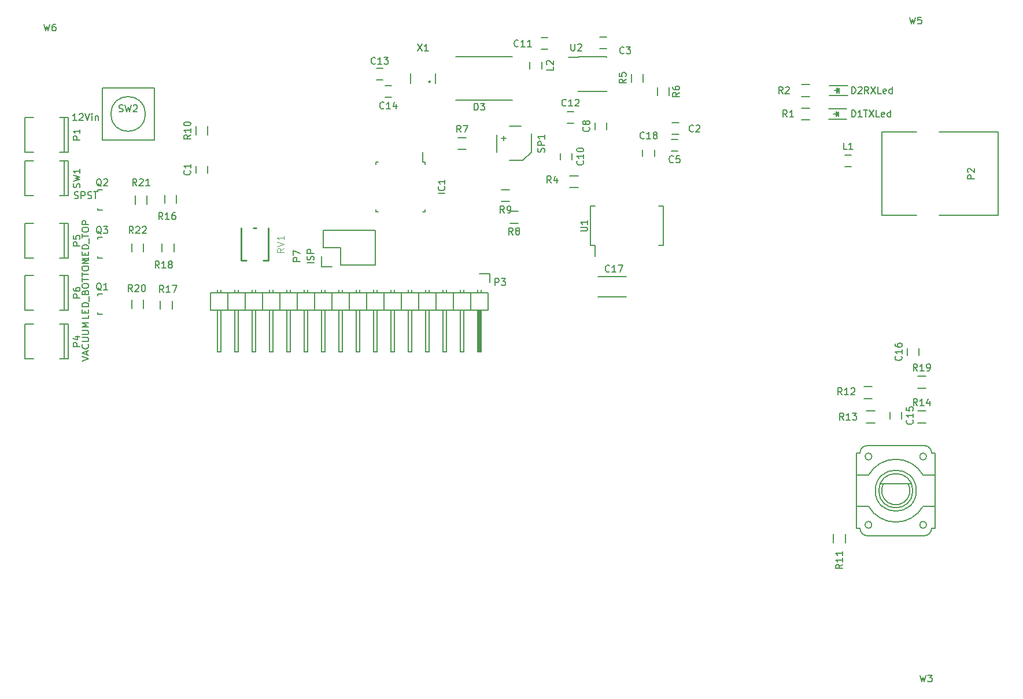
<source format=gto>
G04 #@! TF.FileFunction,Legend,Top*
%FSLAX46Y46*%
G04 Gerber Fmt 4.6, Leading zero omitted, Abs format (unit mm)*
G04 Created by KiCad (PCBNEW 4.0.1-stable) date Tuesday, March 29, 2016 'AMt' 01:29:57 AM*
%MOMM*%
G01*
G04 APERTURE LIST*
%ADD10C,0.100000*%
%ADD11C,0.150000*%
%ADD12C,0.127000*%
%ADD13C,0.254000*%
%ADD14C,0.050000*%
G04 APERTURE END LIST*
D10*
D11*
X101385000Y-70620000D02*
X101385000Y-71620000D01*
X103085000Y-71620000D02*
X103085000Y-70620000D01*
X171077000Y-66001000D02*
X172077000Y-66001000D01*
X172077000Y-64301000D02*
X171077000Y-64301000D01*
X161472500Y-51728000D02*
X160472500Y-51728000D01*
X160472500Y-53428000D02*
X161472500Y-53428000D01*
X170950000Y-68414000D02*
X171950000Y-68414000D01*
X171950000Y-66714000D02*
X170950000Y-66714000D01*
X159805000Y-64270000D02*
X159805000Y-65270000D01*
X161505000Y-65270000D02*
X161505000Y-64270000D01*
X156425000Y-69715000D02*
X156425000Y-68715000D01*
X154725000Y-68715000D02*
X154725000Y-69715000D01*
X151900000Y-53555000D02*
X152900000Y-53555000D01*
X152900000Y-51855000D02*
X151900000Y-51855000D01*
X156710000Y-62650000D02*
X155710000Y-62650000D01*
X155710000Y-64350000D02*
X156710000Y-64350000D01*
X127770000Y-58000000D02*
X128770000Y-58000000D01*
X128770000Y-56300000D02*
X127770000Y-56300000D01*
X129040000Y-60540000D02*
X130040000Y-60540000D01*
X130040000Y-58840000D02*
X129040000Y-58840000D01*
X204685000Y-107624500D02*
X204685000Y-106624500D01*
X202985000Y-106624500D02*
X202985000Y-107624500D01*
X205525000Y-97290000D02*
X205525000Y-98290000D01*
X207225000Y-98290000D02*
X207225000Y-97290000D01*
X196672000Y-62242000D02*
X193972000Y-62242000D01*
X196672000Y-63742000D02*
X193972000Y-63742000D01*
X195172000Y-62842000D02*
X195172000Y-63092000D01*
X195172000Y-63092000D02*
X195322000Y-62942000D01*
X195422000Y-63342000D02*
X195422000Y-62642000D01*
X195072000Y-62992000D02*
X194722000Y-62992000D01*
X195422000Y-62992000D02*
X195072000Y-63342000D01*
X195072000Y-63342000D02*
X195072000Y-62642000D01*
X195072000Y-62642000D02*
X195422000Y-62992000D01*
X196799000Y-58813000D02*
X194099000Y-58813000D01*
X196799000Y-60313000D02*
X194099000Y-60313000D01*
X195299000Y-59413000D02*
X195299000Y-59663000D01*
X195299000Y-59663000D02*
X195449000Y-59513000D01*
X195549000Y-59913000D02*
X195549000Y-59213000D01*
X195199000Y-59563000D02*
X194849000Y-59563000D01*
X195549000Y-59563000D02*
X195199000Y-59913000D01*
X195199000Y-59913000D02*
X195199000Y-59213000D01*
X195199000Y-59213000D02*
X195549000Y-59563000D01*
X139375000Y-54585000D02*
X147675000Y-54585000D01*
X147675000Y-60985000D02*
X139375000Y-60985000D01*
X134943000Y-70035000D02*
X134618000Y-70035000D01*
X134943000Y-77285000D02*
X134618000Y-77285000D01*
X127693000Y-77285000D02*
X128018000Y-77285000D01*
X127693000Y-70035000D02*
X128018000Y-70035000D01*
X134943000Y-70035000D02*
X134943000Y-70360000D01*
X127693000Y-70035000D02*
X127693000Y-70360000D01*
X127693000Y-77285000D02*
X127693000Y-76960000D01*
X134943000Y-77285000D02*
X134943000Y-76960000D01*
X134618000Y-70035000D02*
X134618000Y-68610000D01*
X197350000Y-69000000D02*
X196350000Y-69000000D01*
X196350000Y-70700000D02*
X197350000Y-70700000D01*
X151980000Y-56380000D02*
X151980000Y-55380000D01*
X150280000Y-55380000D02*
X150280000Y-56380000D01*
X82042000Y-63500000D02*
X82042000Y-68580000D01*
X76327000Y-68580000D02*
X77597000Y-68580000D01*
X82042000Y-68580000D02*
X81407000Y-68580000D01*
X76962000Y-63500000D02*
X77597000Y-63500000D01*
X82042000Y-63500000D02*
X81407000Y-63500000D01*
X82042000Y-63500000D02*
X82677000Y-63500000D01*
X82677000Y-63500000D02*
X82677000Y-68580000D01*
X82677000Y-68580000D02*
X82042000Y-68580000D01*
X76327000Y-68580000D02*
X76327000Y-63500000D01*
X76327000Y-63500000D02*
X76962000Y-63500000D01*
X210185000Y-77851000D02*
X218821000Y-77851000D01*
X201803000Y-77851000D02*
X206883000Y-77851000D01*
X210185000Y-65659000D02*
X218821000Y-65659000D01*
X201803000Y-65659000D02*
X206883000Y-65659000D01*
X218821000Y-65659000D02*
X218821000Y-77851000D01*
X201803000Y-77851000D02*
X201803000Y-65659000D01*
X82042000Y-93726000D02*
X82042000Y-98806000D01*
X76327000Y-98806000D02*
X77597000Y-98806000D01*
X82042000Y-98806000D02*
X81407000Y-98806000D01*
X76962000Y-93726000D02*
X77597000Y-93726000D01*
X82042000Y-93726000D02*
X81407000Y-93726000D01*
X82042000Y-93726000D02*
X82677000Y-93726000D01*
X82677000Y-93726000D02*
X82677000Y-98806000D01*
X82677000Y-98806000D02*
X82042000Y-98806000D01*
X76327000Y-98806000D02*
X76327000Y-93726000D01*
X76327000Y-93726000D02*
X76962000Y-93726000D01*
X82042000Y-78994000D02*
X82042000Y-84074000D01*
X76327000Y-84074000D02*
X77597000Y-84074000D01*
X82042000Y-84074000D02*
X81407000Y-84074000D01*
X76962000Y-78994000D02*
X77597000Y-78994000D01*
X82042000Y-78994000D02*
X81407000Y-78994000D01*
X82042000Y-78994000D02*
X82677000Y-78994000D01*
X82677000Y-78994000D02*
X82677000Y-84074000D01*
X82677000Y-84074000D02*
X82042000Y-84074000D01*
X76327000Y-84074000D02*
X76327000Y-78994000D01*
X76327000Y-78994000D02*
X76962000Y-78994000D01*
X82042000Y-86614000D02*
X82042000Y-91694000D01*
X76327000Y-91694000D02*
X77597000Y-91694000D01*
X82042000Y-91694000D02*
X81407000Y-91694000D01*
X76962000Y-86614000D02*
X77597000Y-86614000D01*
X82042000Y-86614000D02*
X81407000Y-86614000D01*
X82042000Y-86614000D02*
X82677000Y-86614000D01*
X82677000Y-86614000D02*
X82677000Y-91694000D01*
X82677000Y-91694000D02*
X82042000Y-91694000D01*
X76327000Y-91694000D02*
X76327000Y-86614000D01*
X76327000Y-86614000D02*
X76962000Y-86614000D01*
X86979760Y-89505840D02*
X86979760Y-89554100D01*
X87680800Y-92304820D02*
X86979760Y-92304820D01*
X86979760Y-92304820D02*
X86979760Y-92055900D01*
X86979760Y-89505840D02*
X86979760Y-89305180D01*
X86979760Y-89305180D02*
X87680800Y-89305180D01*
X86979760Y-74265840D02*
X86979760Y-74314100D01*
X87680800Y-77064820D02*
X86979760Y-77064820D01*
X86979760Y-77064820D02*
X86979760Y-76815900D01*
X86979760Y-74265840D02*
X86979760Y-74065180D01*
X86979760Y-74065180D02*
X87680800Y-74065180D01*
X86979760Y-81250840D02*
X86979760Y-81299100D01*
X87680800Y-84049820D02*
X86979760Y-84049820D01*
X86979760Y-84049820D02*
X86979760Y-83800900D01*
X86979760Y-81250840D02*
X86979760Y-81050180D01*
X86979760Y-81050180D02*
X87680800Y-81050180D01*
X190027000Y-62117000D02*
X191227000Y-62117000D01*
X191227000Y-63867000D02*
X190027000Y-63867000D01*
X190027000Y-58688000D02*
X191227000Y-58688000D01*
X191227000Y-60438000D02*
X190027000Y-60438000D01*
X157318000Y-73773000D02*
X156118000Y-73773000D01*
X156118000Y-72023000D02*
X157318000Y-72023000D01*
X166864000Y-57121500D02*
X166864000Y-58321500D01*
X165114000Y-58321500D02*
X165114000Y-57121500D01*
X170674000Y-59090000D02*
X170674000Y-60290000D01*
X168924000Y-60290000D02*
X168924000Y-59090000D01*
X140935000Y-68185000D02*
X139735000Y-68185000D01*
X139735000Y-66435000D02*
X140935000Y-66435000D01*
X147355000Y-77230000D02*
X148555000Y-77230000D01*
X148555000Y-78980000D02*
X147355000Y-78980000D01*
X146085000Y-74055000D02*
X147285000Y-74055000D01*
X147285000Y-75805000D02*
X146085000Y-75805000D01*
X103110000Y-64805000D02*
X103110000Y-66005000D01*
X101360000Y-66005000D02*
X101360000Y-64805000D01*
X200371000Y-104634000D02*
X199171000Y-104634000D01*
X199171000Y-102884000D02*
X200371000Y-102884000D01*
X199552000Y-106440000D02*
X200752000Y-106440000D01*
X200752000Y-108190000D02*
X199552000Y-108190000D01*
X208245000Y-108190000D02*
X207045000Y-108190000D01*
X207045000Y-106440000D02*
X208245000Y-106440000D01*
X96788000Y-76038000D02*
X96788000Y-74838000D01*
X98538000Y-74838000D02*
X98538000Y-76038000D01*
X97903000Y-90332000D02*
X97903000Y-91532000D01*
X96153000Y-91532000D02*
X96153000Y-90332000D01*
X96407000Y-83150000D02*
X96407000Y-81950000D01*
X98157000Y-81950000D02*
X98157000Y-83150000D01*
X208245000Y-103110000D02*
X207045000Y-103110000D01*
X207045000Y-101360000D02*
X208245000Y-101360000D01*
X91962000Y-91405000D02*
X91962000Y-90205000D01*
X93712000Y-90205000D02*
X93712000Y-91405000D01*
X94220000Y-74965000D02*
X94220000Y-76165000D01*
X92470000Y-76165000D02*
X92470000Y-74965000D01*
X93712000Y-81950000D02*
X93712000Y-83150000D01*
X91962000Y-83150000D02*
X91962000Y-81950000D01*
D12*
X207818717Y-115810000D02*
G75*
G03X203835000Y-113510000I-3983717J-2300000D01*
G01*
X199851283Y-115810000D02*
G75*
G02X203835000Y-113510000I3983717J-2300000D01*
G01*
X199851283Y-120410000D02*
G75*
G03X203835000Y-122710000I3983717J2300000D01*
G01*
X207818717Y-120410000D02*
G75*
G02X203835000Y-122710000I-3983717J2300000D01*
G01*
X200335000Y-113110000D02*
G75*
G03X200335000Y-113110000I-500000J0D01*
G01*
X208335000Y-113110000D02*
G75*
G03X208335000Y-113110000I-500000J0D01*
G01*
X200335000Y-123110000D02*
G75*
G03X200335000Y-123110000I-500000J0D01*
G01*
X208335000Y-123110000D02*
G75*
G03X208335000Y-123110000I-500000J0D01*
G01*
X198085000Y-120360000D02*
X199835000Y-120360000D01*
X209585000Y-120360000D02*
X207835000Y-120360000D01*
X198085000Y-115860000D02*
X199835000Y-115860000D01*
X209585000Y-115860000D02*
X207835000Y-115860000D01*
X199685000Y-111510000D02*
G75*
G03X198585000Y-112610000I0J-1100000D01*
G01*
X209085000Y-112610000D02*
G75*
G03X207985000Y-111510000I-1100000J0D01*
G01*
X207985000Y-124710000D02*
G75*
G03X209085000Y-123610000I0J1100000D01*
G01*
X198585000Y-123610000D02*
G75*
G03X199685000Y-124710000I1100000J0D01*
G01*
X198085000Y-123610000D02*
X198585000Y-123610000D01*
X209585000Y-123610000D02*
X209085000Y-123610000D01*
X209585000Y-112610000D02*
X209085000Y-112610000D01*
X198085000Y-112610000D02*
X198585000Y-112610000D01*
X207985000Y-111510000D02*
X199685000Y-111510000D01*
X207985000Y-124710000D02*
X199685000Y-124710000D01*
X198085000Y-123610000D02*
X198085000Y-112610000D01*
X209585000Y-123610000D02*
X209585000Y-112610000D01*
X206135000Y-117110000D02*
X201535000Y-117110000D01*
X206835000Y-118110000D02*
G75*
G03X206835000Y-118110000I-3000000J0D01*
G01*
X206335000Y-118110000D02*
G75*
G03X206335000Y-118110000I-2500000J0D01*
G01*
X203868975Y-120168846D02*
G75*
G02X202035000Y-117110000I-33975J2058846D01*
G01*
X203801025Y-120168846D02*
G75*
G03X205635000Y-117110000I33975J2058846D01*
G01*
D11*
X82042000Y-69850000D02*
X82042000Y-74930000D01*
X76327000Y-74930000D02*
X77597000Y-74930000D01*
X82042000Y-74930000D02*
X81407000Y-74930000D01*
X76962000Y-69850000D02*
X77597000Y-69850000D01*
X82042000Y-69850000D02*
X81407000Y-69850000D01*
X82042000Y-69850000D02*
X82677000Y-69850000D01*
X82677000Y-69850000D02*
X82677000Y-74930000D01*
X82677000Y-74930000D02*
X82042000Y-74930000D01*
X76327000Y-74930000D02*
X76327000Y-69850000D01*
X76327000Y-69850000D02*
X76962000Y-69850000D01*
X159140000Y-82250000D02*
X159790000Y-82250000D01*
X159140000Y-76500000D02*
X159790000Y-76500000D01*
X169790000Y-76500000D02*
X169140000Y-76500000D01*
X169790000Y-82250000D02*
X169140000Y-82250000D01*
X159140000Y-82250000D02*
X159140000Y-76500000D01*
X169790000Y-82250000D02*
X169790000Y-76500000D01*
X159790000Y-82250000D02*
X159790000Y-83850000D01*
X157310000Y-54575000D02*
X157310000Y-54720000D01*
X161460000Y-54575000D02*
X161460000Y-54720000D01*
X161460000Y-59725000D02*
X161460000Y-59580000D01*
X157310000Y-59725000D02*
X157310000Y-59580000D01*
X157310000Y-54575000D02*
X161460000Y-54575000D01*
X157310000Y-59725000D02*
X161460000Y-59725000D01*
X157310000Y-54720000D02*
X155910000Y-54720000D01*
X135711859Y-58285380D02*
G75*
G03X135711859Y-58285380I-141899J0D01*
G01*
X136469120Y-57083960D02*
X136469120Y-58486040D01*
X132770880Y-58486040D02*
X132770880Y-57083960D01*
X164360000Y-89765000D02*
X160260000Y-89765000D01*
X164360000Y-86765000D02*
X160260000Y-86765000D01*
X166790000Y-68207000D02*
X166790000Y-69207000D01*
X168490000Y-69207000D02*
X168490000Y-68207000D01*
X144425000Y-86330000D02*
X142875000Y-86330000D01*
X144425000Y-87630000D02*
X144425000Y-86330000D01*
X143002000Y-91821000D02*
X143002000Y-97663000D01*
X143002000Y-97663000D02*
X142748000Y-97663000D01*
X142748000Y-97663000D02*
X142748000Y-91821000D01*
X142748000Y-91821000D02*
X142875000Y-91821000D01*
X142875000Y-91821000D02*
X142875000Y-97663000D01*
X125349000Y-89154000D02*
X125349000Y-88773000D01*
X124841000Y-89154000D02*
X124841000Y-88773000D01*
X122809000Y-89154000D02*
X122809000Y-88773000D01*
X122301000Y-89154000D02*
X122301000Y-88773000D01*
X120269000Y-89154000D02*
X120269000Y-88773000D01*
X119761000Y-89154000D02*
X119761000Y-88773000D01*
X117729000Y-89154000D02*
X117729000Y-88773000D01*
X117221000Y-89154000D02*
X117221000Y-88773000D01*
X107061000Y-89154000D02*
X107061000Y-88773000D01*
X107569000Y-89154000D02*
X107569000Y-88773000D01*
X109601000Y-89154000D02*
X109601000Y-88773000D01*
X110109000Y-89154000D02*
X110109000Y-88773000D01*
X112141000Y-89154000D02*
X112141000Y-88773000D01*
X112649000Y-89154000D02*
X112649000Y-88773000D01*
X114681000Y-89154000D02*
X114681000Y-88773000D01*
X115189000Y-89154000D02*
X115189000Y-88773000D01*
X104521000Y-89154000D02*
X104521000Y-88773000D01*
X105029000Y-89154000D02*
X105029000Y-88773000D01*
X143129000Y-89154000D02*
X143129000Y-88773000D01*
X142621000Y-89154000D02*
X142621000Y-88773000D01*
X140589000Y-89154000D02*
X140589000Y-88773000D01*
X140081000Y-89154000D02*
X140081000Y-88773000D01*
X138049000Y-89154000D02*
X138049000Y-88773000D01*
X137541000Y-89154000D02*
X137541000Y-88773000D01*
X127381000Y-89154000D02*
X127381000Y-88773000D01*
X127889000Y-89154000D02*
X127889000Y-88773000D01*
X129921000Y-89154000D02*
X129921000Y-88773000D01*
X130429000Y-89154000D02*
X130429000Y-88773000D01*
X132461000Y-89154000D02*
X132461000Y-88773000D01*
X132969000Y-89154000D02*
X132969000Y-88773000D01*
X135001000Y-89154000D02*
X135001000Y-88773000D01*
X135509000Y-89154000D02*
X135509000Y-88773000D01*
X128905000Y-89154000D02*
X128905000Y-91694000D01*
X128905000Y-89154000D02*
X126365000Y-89154000D01*
X126365000Y-89154000D02*
X126365000Y-91694000D01*
X127889000Y-91694000D02*
X127889000Y-97790000D01*
X127889000Y-97790000D02*
X127381000Y-97790000D01*
X127381000Y-97790000D02*
X127381000Y-91694000D01*
X126365000Y-91694000D02*
X128905000Y-91694000D01*
X123825000Y-91694000D02*
X126365000Y-91694000D01*
X124841000Y-97790000D02*
X124841000Y-91694000D01*
X125349000Y-97790000D02*
X124841000Y-97790000D01*
X125349000Y-91694000D02*
X125349000Y-97790000D01*
X123825000Y-89154000D02*
X123825000Y-91694000D01*
X126365000Y-89154000D02*
X123825000Y-89154000D01*
X126365000Y-89154000D02*
X126365000Y-91694000D01*
X121285000Y-89154000D02*
X121285000Y-91694000D01*
X121285000Y-89154000D02*
X118745000Y-89154000D01*
X118745000Y-89154000D02*
X118745000Y-91694000D01*
X120269000Y-91694000D02*
X120269000Y-97790000D01*
X120269000Y-97790000D02*
X119761000Y-97790000D01*
X119761000Y-97790000D02*
X119761000Y-91694000D01*
X118745000Y-91694000D02*
X121285000Y-91694000D01*
X121285000Y-91694000D02*
X123825000Y-91694000D01*
X122301000Y-97790000D02*
X122301000Y-91694000D01*
X122809000Y-97790000D02*
X122301000Y-97790000D01*
X122809000Y-91694000D02*
X122809000Y-97790000D01*
X121285000Y-89154000D02*
X121285000Y-91694000D01*
X123825000Y-89154000D02*
X121285000Y-89154000D01*
X123825000Y-89154000D02*
X123825000Y-91694000D01*
X113665000Y-89154000D02*
X113665000Y-91694000D01*
X113665000Y-89154000D02*
X111125000Y-89154000D01*
X111125000Y-89154000D02*
X111125000Y-91694000D01*
X112649000Y-91694000D02*
X112649000Y-97790000D01*
X112649000Y-97790000D02*
X112141000Y-97790000D01*
X112141000Y-97790000D02*
X112141000Y-91694000D01*
X111125000Y-91694000D02*
X113665000Y-91694000D01*
X108585000Y-91694000D02*
X111125000Y-91694000D01*
X109601000Y-97790000D02*
X109601000Y-91694000D01*
X110109000Y-97790000D02*
X109601000Y-97790000D01*
X110109000Y-91694000D02*
X110109000Y-97790000D01*
X108585000Y-89154000D02*
X108585000Y-91694000D01*
X111125000Y-89154000D02*
X108585000Y-89154000D01*
X111125000Y-89154000D02*
X111125000Y-91694000D01*
X116205000Y-89154000D02*
X116205000Y-91694000D01*
X116205000Y-89154000D02*
X113665000Y-89154000D01*
X113665000Y-89154000D02*
X113665000Y-91694000D01*
X115189000Y-91694000D02*
X115189000Y-97790000D01*
X115189000Y-97790000D02*
X114681000Y-97790000D01*
X114681000Y-97790000D02*
X114681000Y-91694000D01*
X113665000Y-91694000D02*
X116205000Y-91694000D01*
X116205000Y-91694000D02*
X118745000Y-91694000D01*
X117221000Y-97790000D02*
X117221000Y-91694000D01*
X117729000Y-97790000D02*
X117221000Y-97790000D01*
X117729000Y-91694000D02*
X117729000Y-97790000D01*
X116205000Y-89154000D02*
X116205000Y-91694000D01*
X118745000Y-89154000D02*
X116205000Y-89154000D01*
X118745000Y-89154000D02*
X118745000Y-91694000D01*
X106045000Y-89154000D02*
X106045000Y-91694000D01*
X106045000Y-89154000D02*
X103505000Y-89154000D01*
X103505000Y-89154000D02*
X103505000Y-91694000D01*
X105029000Y-91694000D02*
X105029000Y-97790000D01*
X105029000Y-97790000D02*
X104521000Y-97790000D01*
X104521000Y-97790000D02*
X104521000Y-91694000D01*
X103505000Y-91694000D02*
X106045000Y-91694000D01*
X106045000Y-91694000D02*
X108585000Y-91694000D01*
X107061000Y-97790000D02*
X107061000Y-91694000D01*
X107569000Y-97790000D02*
X107061000Y-97790000D01*
X107569000Y-91694000D02*
X107569000Y-97790000D01*
X106045000Y-89154000D02*
X106045000Y-91694000D01*
X108585000Y-89154000D02*
X106045000Y-89154000D01*
X108585000Y-89154000D02*
X108585000Y-91694000D01*
X144145000Y-89154000D02*
X144145000Y-91694000D01*
X141605000Y-89154000D02*
X141605000Y-91694000D01*
X141605000Y-89154000D02*
X139065000Y-89154000D01*
X139065000Y-89154000D02*
X139065000Y-91694000D01*
X140589000Y-91694000D02*
X140589000Y-97790000D01*
X140589000Y-97790000D02*
X140081000Y-97790000D01*
X140081000Y-97790000D02*
X140081000Y-91694000D01*
X139065000Y-91694000D02*
X141605000Y-91694000D01*
X141605000Y-91694000D02*
X144145000Y-91694000D01*
X142621000Y-97790000D02*
X142621000Y-91694000D01*
X143129000Y-97790000D02*
X142621000Y-97790000D01*
X143129000Y-91694000D02*
X143129000Y-97790000D01*
X141605000Y-89154000D02*
X141605000Y-91694000D01*
X144145000Y-89154000D02*
X141605000Y-89154000D01*
X133985000Y-89154000D02*
X133985000Y-91694000D01*
X133985000Y-89154000D02*
X131445000Y-89154000D01*
X131445000Y-89154000D02*
X131445000Y-91694000D01*
X132969000Y-91694000D02*
X132969000Y-97790000D01*
X132969000Y-97790000D02*
X132461000Y-97790000D01*
X132461000Y-97790000D02*
X132461000Y-91694000D01*
X131445000Y-91694000D02*
X133985000Y-91694000D01*
X128905000Y-91694000D02*
X131445000Y-91694000D01*
X129921000Y-97790000D02*
X129921000Y-91694000D01*
X130429000Y-97790000D02*
X129921000Y-97790000D01*
X130429000Y-91694000D02*
X130429000Y-97790000D01*
X128905000Y-89154000D02*
X128905000Y-91694000D01*
X131445000Y-89154000D02*
X128905000Y-89154000D01*
X131445000Y-89154000D02*
X131445000Y-91694000D01*
X136525000Y-89154000D02*
X136525000Y-91694000D01*
X136525000Y-89154000D02*
X133985000Y-89154000D01*
X133985000Y-89154000D02*
X133985000Y-91694000D01*
X135509000Y-91694000D02*
X135509000Y-97790000D01*
X135509000Y-97790000D02*
X135001000Y-97790000D01*
X135001000Y-97790000D02*
X135001000Y-91694000D01*
X133985000Y-91694000D02*
X136525000Y-91694000D01*
X136525000Y-91694000D02*
X139065000Y-91694000D01*
X137541000Y-97790000D02*
X137541000Y-91694000D01*
X138049000Y-97790000D02*
X137541000Y-97790000D01*
X138049000Y-91694000D02*
X138049000Y-97790000D01*
X136525000Y-89154000D02*
X136525000Y-91694000D01*
X139065000Y-89154000D02*
X136525000Y-89154000D01*
X139065000Y-89154000D02*
X139065000Y-91694000D01*
X122555000Y-85090000D02*
X127635000Y-85090000D01*
X119735000Y-85370000D02*
X119735000Y-83820000D01*
X120015000Y-82550000D02*
X122555000Y-82550000D01*
X122555000Y-82550000D02*
X122555000Y-85090000D01*
X127635000Y-85090000D02*
X127635000Y-80010000D01*
X127635000Y-80010000D02*
X122555000Y-80010000D01*
X119735000Y-85370000D02*
X121285000Y-85370000D01*
X120015000Y-80010000D02*
X120015000Y-82550000D01*
X122555000Y-80010000D02*
X120015000Y-80010000D01*
D13*
X108732000Y-84392000D02*
X107982000Y-84392000D01*
X107982000Y-84392000D02*
X107982000Y-79692000D01*
X111982000Y-79692000D02*
X111982000Y-84392000D01*
X111982000Y-84392000D02*
X111232000Y-84392000D01*
X109732000Y-79692000D02*
X110232000Y-79692000D01*
D11*
X196455000Y-124495000D02*
X196455000Y-125695000D01*
X194705000Y-125695000D02*
X194705000Y-124495000D01*
X93980000Y-62992000D02*
G75*
G03X93980000Y-62992000I-2540000J0D01*
G01*
X87630000Y-59182000D02*
X95250000Y-59182000D01*
X95250000Y-59182000D02*
X95250000Y-66802000D01*
X95250000Y-66802000D02*
X87630000Y-66802000D01*
X87630000Y-59182000D02*
X87630000Y-66802000D01*
X146055000Y-66560000D02*
X146755000Y-66560000D01*
X146405000Y-66210000D02*
X146405000Y-66910000D01*
X150455000Y-65860000D02*
X150455000Y-68560000D01*
X150455000Y-68560000D02*
X149205000Y-69810000D01*
X149205000Y-69810000D02*
X147255000Y-69810000D01*
X145455000Y-66060000D02*
X145455000Y-68560000D01*
X148955000Y-64810000D02*
X147255000Y-64810000D01*
X100492143Y-71286666D02*
X100539762Y-71334285D01*
X100587381Y-71477142D01*
X100587381Y-71572380D01*
X100539762Y-71715238D01*
X100444524Y-71810476D01*
X100349286Y-71858095D01*
X100158810Y-71905714D01*
X100015952Y-71905714D01*
X99825476Y-71858095D01*
X99730238Y-71810476D01*
X99635000Y-71715238D01*
X99587381Y-71572380D01*
X99587381Y-71477142D01*
X99635000Y-71334285D01*
X99682619Y-71286666D01*
X100587381Y-70334285D02*
X100587381Y-70905714D01*
X100587381Y-70620000D02*
X99587381Y-70620000D01*
X99730238Y-70715238D01*
X99825476Y-70810476D01*
X99873095Y-70905714D01*
X174204334Y-65508143D02*
X174156715Y-65555762D01*
X174013858Y-65603381D01*
X173918620Y-65603381D01*
X173775762Y-65555762D01*
X173680524Y-65460524D01*
X173632905Y-65365286D01*
X173585286Y-65174810D01*
X173585286Y-65031952D01*
X173632905Y-64841476D01*
X173680524Y-64746238D01*
X173775762Y-64651000D01*
X173918620Y-64603381D01*
X174013858Y-64603381D01*
X174156715Y-64651000D01*
X174204334Y-64698619D01*
X174585286Y-64698619D02*
X174632905Y-64651000D01*
X174728143Y-64603381D01*
X174966239Y-64603381D01*
X175061477Y-64651000D01*
X175109096Y-64698619D01*
X175156715Y-64793857D01*
X175156715Y-64889095D01*
X175109096Y-65031952D01*
X174537667Y-65603381D01*
X175156715Y-65603381D01*
X164044334Y-54078143D02*
X163996715Y-54125762D01*
X163853858Y-54173381D01*
X163758620Y-54173381D01*
X163615762Y-54125762D01*
X163520524Y-54030524D01*
X163472905Y-53935286D01*
X163425286Y-53744810D01*
X163425286Y-53601952D01*
X163472905Y-53411476D01*
X163520524Y-53316238D01*
X163615762Y-53221000D01*
X163758620Y-53173381D01*
X163853858Y-53173381D01*
X163996715Y-53221000D01*
X164044334Y-53268619D01*
X164377667Y-53173381D02*
X164996715Y-53173381D01*
X164663381Y-53554333D01*
X164806239Y-53554333D01*
X164901477Y-53601952D01*
X164949096Y-53649571D01*
X164996715Y-53744810D01*
X164996715Y-53982905D01*
X164949096Y-54078143D01*
X164901477Y-54125762D01*
X164806239Y-54173381D01*
X164520524Y-54173381D01*
X164425286Y-54125762D01*
X164377667Y-54078143D01*
X171283334Y-70021143D02*
X171235715Y-70068762D01*
X171092858Y-70116381D01*
X170997620Y-70116381D01*
X170854762Y-70068762D01*
X170759524Y-69973524D01*
X170711905Y-69878286D01*
X170664286Y-69687810D01*
X170664286Y-69544952D01*
X170711905Y-69354476D01*
X170759524Y-69259238D01*
X170854762Y-69164000D01*
X170997620Y-69116381D01*
X171092858Y-69116381D01*
X171235715Y-69164000D01*
X171283334Y-69211619D01*
X172188096Y-69116381D02*
X171711905Y-69116381D01*
X171664286Y-69592571D01*
X171711905Y-69544952D01*
X171807143Y-69497333D01*
X172045239Y-69497333D01*
X172140477Y-69544952D01*
X172188096Y-69592571D01*
X172235715Y-69687810D01*
X172235715Y-69925905D01*
X172188096Y-70021143D01*
X172140477Y-70068762D01*
X172045239Y-70116381D01*
X171807143Y-70116381D01*
X171711905Y-70068762D01*
X171664286Y-70021143D01*
X158912143Y-64936666D02*
X158959762Y-64984285D01*
X159007381Y-65127142D01*
X159007381Y-65222380D01*
X158959762Y-65365238D01*
X158864524Y-65460476D01*
X158769286Y-65508095D01*
X158578810Y-65555714D01*
X158435952Y-65555714D01*
X158245476Y-65508095D01*
X158150238Y-65460476D01*
X158055000Y-65365238D01*
X158007381Y-65222380D01*
X158007381Y-65127142D01*
X158055000Y-64984285D01*
X158102619Y-64936666D01*
X158435952Y-64365238D02*
X158388333Y-64460476D01*
X158340714Y-64508095D01*
X158245476Y-64555714D01*
X158197857Y-64555714D01*
X158102619Y-64508095D01*
X158055000Y-64460476D01*
X158007381Y-64365238D01*
X158007381Y-64174761D01*
X158055000Y-64079523D01*
X158102619Y-64031904D01*
X158197857Y-63984285D01*
X158245476Y-63984285D01*
X158340714Y-64031904D01*
X158388333Y-64079523D01*
X158435952Y-64174761D01*
X158435952Y-64365238D01*
X158483571Y-64460476D01*
X158531190Y-64508095D01*
X158626429Y-64555714D01*
X158816905Y-64555714D01*
X158912143Y-64508095D01*
X158959762Y-64460476D01*
X159007381Y-64365238D01*
X159007381Y-64174761D01*
X158959762Y-64079523D01*
X158912143Y-64031904D01*
X158816905Y-63984285D01*
X158626429Y-63984285D01*
X158531190Y-64031904D01*
X158483571Y-64079523D01*
X158435952Y-64174761D01*
X158032143Y-69857857D02*
X158079762Y-69905476D01*
X158127381Y-70048333D01*
X158127381Y-70143571D01*
X158079762Y-70286429D01*
X157984524Y-70381667D01*
X157889286Y-70429286D01*
X157698810Y-70476905D01*
X157555952Y-70476905D01*
X157365476Y-70429286D01*
X157270238Y-70381667D01*
X157175000Y-70286429D01*
X157127381Y-70143571D01*
X157127381Y-70048333D01*
X157175000Y-69905476D01*
X157222619Y-69857857D01*
X158127381Y-68905476D02*
X158127381Y-69476905D01*
X158127381Y-69191191D02*
X157127381Y-69191191D01*
X157270238Y-69286429D01*
X157365476Y-69381667D01*
X157413095Y-69476905D01*
X157127381Y-68286429D02*
X157127381Y-68191190D01*
X157175000Y-68095952D01*
X157222619Y-68048333D01*
X157317857Y-68000714D01*
X157508333Y-67953095D01*
X157746429Y-67953095D01*
X157936905Y-68000714D01*
X158032143Y-68048333D01*
X158079762Y-68095952D01*
X158127381Y-68191190D01*
X158127381Y-68286429D01*
X158079762Y-68381667D01*
X158032143Y-68429286D01*
X157936905Y-68476905D01*
X157746429Y-68524524D01*
X157508333Y-68524524D01*
X157317857Y-68476905D01*
X157222619Y-68429286D01*
X157175000Y-68381667D01*
X157127381Y-68286429D01*
X148582143Y-53062143D02*
X148534524Y-53109762D01*
X148391667Y-53157381D01*
X148296429Y-53157381D01*
X148153571Y-53109762D01*
X148058333Y-53014524D01*
X148010714Y-52919286D01*
X147963095Y-52728810D01*
X147963095Y-52585952D01*
X148010714Y-52395476D01*
X148058333Y-52300238D01*
X148153571Y-52205000D01*
X148296429Y-52157381D01*
X148391667Y-52157381D01*
X148534524Y-52205000D01*
X148582143Y-52252619D01*
X149534524Y-53157381D02*
X148963095Y-53157381D01*
X149248809Y-53157381D02*
X149248809Y-52157381D01*
X149153571Y-52300238D01*
X149058333Y-52395476D01*
X148963095Y-52443095D01*
X150486905Y-53157381D02*
X149915476Y-53157381D01*
X150201190Y-53157381D02*
X150201190Y-52157381D01*
X150105952Y-52300238D01*
X150010714Y-52395476D01*
X149915476Y-52443095D01*
X155567143Y-61757143D02*
X155519524Y-61804762D01*
X155376667Y-61852381D01*
X155281429Y-61852381D01*
X155138571Y-61804762D01*
X155043333Y-61709524D01*
X154995714Y-61614286D01*
X154948095Y-61423810D01*
X154948095Y-61280952D01*
X154995714Y-61090476D01*
X155043333Y-60995238D01*
X155138571Y-60900000D01*
X155281429Y-60852381D01*
X155376667Y-60852381D01*
X155519524Y-60900000D01*
X155567143Y-60947619D01*
X156519524Y-61852381D02*
X155948095Y-61852381D01*
X156233809Y-61852381D02*
X156233809Y-60852381D01*
X156138571Y-60995238D01*
X156043333Y-61090476D01*
X155948095Y-61138095D01*
X156900476Y-60947619D02*
X156948095Y-60900000D01*
X157043333Y-60852381D01*
X157281429Y-60852381D01*
X157376667Y-60900000D01*
X157424286Y-60947619D01*
X157471905Y-61042857D01*
X157471905Y-61138095D01*
X157424286Y-61280952D01*
X156852857Y-61852381D01*
X157471905Y-61852381D01*
X127627143Y-55602143D02*
X127579524Y-55649762D01*
X127436667Y-55697381D01*
X127341429Y-55697381D01*
X127198571Y-55649762D01*
X127103333Y-55554524D01*
X127055714Y-55459286D01*
X127008095Y-55268810D01*
X127008095Y-55125952D01*
X127055714Y-54935476D01*
X127103333Y-54840238D01*
X127198571Y-54745000D01*
X127341429Y-54697381D01*
X127436667Y-54697381D01*
X127579524Y-54745000D01*
X127627143Y-54792619D01*
X128579524Y-55697381D02*
X128008095Y-55697381D01*
X128293809Y-55697381D02*
X128293809Y-54697381D01*
X128198571Y-54840238D01*
X128103333Y-54935476D01*
X128008095Y-54983095D01*
X128912857Y-54697381D02*
X129531905Y-54697381D01*
X129198571Y-55078333D01*
X129341429Y-55078333D01*
X129436667Y-55125952D01*
X129484286Y-55173571D01*
X129531905Y-55268810D01*
X129531905Y-55506905D01*
X129484286Y-55602143D01*
X129436667Y-55649762D01*
X129341429Y-55697381D01*
X129055714Y-55697381D01*
X128960476Y-55649762D01*
X128912857Y-55602143D01*
X128897143Y-62147143D02*
X128849524Y-62194762D01*
X128706667Y-62242381D01*
X128611429Y-62242381D01*
X128468571Y-62194762D01*
X128373333Y-62099524D01*
X128325714Y-62004286D01*
X128278095Y-61813810D01*
X128278095Y-61670952D01*
X128325714Y-61480476D01*
X128373333Y-61385238D01*
X128468571Y-61290000D01*
X128611429Y-61242381D01*
X128706667Y-61242381D01*
X128849524Y-61290000D01*
X128897143Y-61337619D01*
X129849524Y-62242381D02*
X129278095Y-62242381D01*
X129563809Y-62242381D02*
X129563809Y-61242381D01*
X129468571Y-61385238D01*
X129373333Y-61480476D01*
X129278095Y-61528095D01*
X130706667Y-61575714D02*
X130706667Y-62242381D01*
X130468571Y-61194762D02*
X130230476Y-61909048D01*
X130849524Y-61909048D01*
X206292143Y-107767357D02*
X206339762Y-107814976D01*
X206387381Y-107957833D01*
X206387381Y-108053071D01*
X206339762Y-108195929D01*
X206244524Y-108291167D01*
X206149286Y-108338786D01*
X205958810Y-108386405D01*
X205815952Y-108386405D01*
X205625476Y-108338786D01*
X205530238Y-108291167D01*
X205435000Y-108195929D01*
X205387381Y-108053071D01*
X205387381Y-107957833D01*
X205435000Y-107814976D01*
X205482619Y-107767357D01*
X206387381Y-106814976D02*
X206387381Y-107386405D01*
X206387381Y-107100691D02*
X205387381Y-107100691D01*
X205530238Y-107195929D01*
X205625476Y-107291167D01*
X205673095Y-107386405D01*
X205387381Y-105910214D02*
X205387381Y-106386405D01*
X205863571Y-106434024D01*
X205815952Y-106386405D01*
X205768333Y-106291167D01*
X205768333Y-106053071D01*
X205815952Y-105957833D01*
X205863571Y-105910214D01*
X205958810Y-105862595D01*
X206196905Y-105862595D01*
X206292143Y-105910214D01*
X206339762Y-105957833D01*
X206387381Y-106053071D01*
X206387381Y-106291167D01*
X206339762Y-106386405D01*
X206292143Y-106434024D01*
X204632143Y-98432857D02*
X204679762Y-98480476D01*
X204727381Y-98623333D01*
X204727381Y-98718571D01*
X204679762Y-98861429D01*
X204584524Y-98956667D01*
X204489286Y-99004286D01*
X204298810Y-99051905D01*
X204155952Y-99051905D01*
X203965476Y-99004286D01*
X203870238Y-98956667D01*
X203775000Y-98861429D01*
X203727381Y-98718571D01*
X203727381Y-98623333D01*
X203775000Y-98480476D01*
X203822619Y-98432857D01*
X204727381Y-97480476D02*
X204727381Y-98051905D01*
X204727381Y-97766191D02*
X203727381Y-97766191D01*
X203870238Y-97861429D01*
X203965476Y-97956667D01*
X204013095Y-98051905D01*
X203727381Y-96623333D02*
X203727381Y-96813810D01*
X203775000Y-96909048D01*
X203822619Y-96956667D01*
X203965476Y-97051905D01*
X204155952Y-97099524D01*
X204536905Y-97099524D01*
X204632143Y-97051905D01*
X204679762Y-97004286D01*
X204727381Y-96909048D01*
X204727381Y-96718571D01*
X204679762Y-96623333D01*
X204632143Y-96575714D01*
X204536905Y-96528095D01*
X204298810Y-96528095D01*
X204203571Y-96575714D01*
X204155952Y-96623333D01*
X204108333Y-96718571D01*
X204108333Y-96909048D01*
X204155952Y-97004286D01*
X204203571Y-97051905D01*
X204298810Y-97099524D01*
X197381905Y-63444381D02*
X197381905Y-62444381D01*
X197620000Y-62444381D01*
X197762858Y-62492000D01*
X197858096Y-62587238D01*
X197905715Y-62682476D01*
X197953334Y-62872952D01*
X197953334Y-63015810D01*
X197905715Y-63206286D01*
X197858096Y-63301524D01*
X197762858Y-63396762D01*
X197620000Y-63444381D01*
X197381905Y-63444381D01*
X198905715Y-63444381D02*
X198334286Y-63444381D01*
X198620000Y-63444381D02*
X198620000Y-62444381D01*
X198524762Y-62587238D01*
X198429524Y-62682476D01*
X198334286Y-62730095D01*
X199120381Y-62444381D02*
X199691810Y-62444381D01*
X199406095Y-63444381D02*
X199406095Y-62444381D01*
X199929905Y-62444381D02*
X200596572Y-63444381D01*
X200596572Y-62444381D02*
X199929905Y-63444381D01*
X201453715Y-63444381D02*
X200977524Y-63444381D01*
X200977524Y-62444381D01*
X202168001Y-63396762D02*
X202072763Y-63444381D01*
X201882286Y-63444381D01*
X201787048Y-63396762D01*
X201739429Y-63301524D01*
X201739429Y-62920571D01*
X201787048Y-62825333D01*
X201882286Y-62777714D01*
X202072763Y-62777714D01*
X202168001Y-62825333D01*
X202215620Y-62920571D01*
X202215620Y-63015810D01*
X201739429Y-63111048D01*
X203072763Y-63444381D02*
X203072763Y-62444381D01*
X203072763Y-63396762D02*
X202977525Y-63444381D01*
X202787048Y-63444381D01*
X202691810Y-63396762D01*
X202644191Y-63349143D01*
X202596572Y-63253905D01*
X202596572Y-62968190D01*
X202644191Y-62872952D01*
X202691810Y-62825333D01*
X202787048Y-62777714D01*
X202977525Y-62777714D01*
X203072763Y-62825333D01*
X197381905Y-60015381D02*
X197381905Y-59015381D01*
X197620000Y-59015381D01*
X197762858Y-59063000D01*
X197858096Y-59158238D01*
X197905715Y-59253476D01*
X197953334Y-59443952D01*
X197953334Y-59586810D01*
X197905715Y-59777286D01*
X197858096Y-59872524D01*
X197762858Y-59967762D01*
X197620000Y-60015381D01*
X197381905Y-60015381D01*
X198334286Y-59110619D02*
X198381905Y-59063000D01*
X198477143Y-59015381D01*
X198715239Y-59015381D01*
X198810477Y-59063000D01*
X198858096Y-59110619D01*
X198905715Y-59205857D01*
X198905715Y-59301095D01*
X198858096Y-59443952D01*
X198286667Y-60015381D01*
X198905715Y-60015381D01*
X199842619Y-60015381D02*
X199509285Y-59539190D01*
X199271190Y-60015381D02*
X199271190Y-59015381D01*
X199652143Y-59015381D01*
X199747381Y-59063000D01*
X199795000Y-59110619D01*
X199842619Y-59205857D01*
X199842619Y-59348714D01*
X199795000Y-59443952D01*
X199747381Y-59491571D01*
X199652143Y-59539190D01*
X199271190Y-59539190D01*
X200175952Y-59015381D02*
X200842619Y-60015381D01*
X200842619Y-59015381D02*
X200175952Y-60015381D01*
X201699762Y-60015381D02*
X201223571Y-60015381D01*
X201223571Y-59015381D01*
X202414048Y-59967762D02*
X202318810Y-60015381D01*
X202128333Y-60015381D01*
X202033095Y-59967762D01*
X201985476Y-59872524D01*
X201985476Y-59491571D01*
X202033095Y-59396333D01*
X202128333Y-59348714D01*
X202318810Y-59348714D01*
X202414048Y-59396333D01*
X202461667Y-59491571D01*
X202461667Y-59586810D01*
X201985476Y-59682048D01*
X203318810Y-60015381D02*
X203318810Y-59015381D01*
X203318810Y-59967762D02*
X203223572Y-60015381D01*
X203033095Y-60015381D01*
X202937857Y-59967762D01*
X202890238Y-59920143D01*
X202842619Y-59824905D01*
X202842619Y-59539190D01*
X202890238Y-59443952D01*
X202937857Y-59396333D01*
X203033095Y-59348714D01*
X203223572Y-59348714D01*
X203318810Y-59396333D01*
X142136905Y-62437381D02*
X142136905Y-61437381D01*
X142375000Y-61437381D01*
X142517858Y-61485000D01*
X142613096Y-61580238D01*
X142660715Y-61675476D01*
X142708334Y-61865952D01*
X142708334Y-62008810D01*
X142660715Y-62199286D01*
X142613096Y-62294524D01*
X142517858Y-62389762D01*
X142375000Y-62437381D01*
X142136905Y-62437381D01*
X143041667Y-61437381D02*
X143660715Y-61437381D01*
X143327381Y-61818333D01*
X143470239Y-61818333D01*
X143565477Y-61865952D01*
X143613096Y-61913571D01*
X143660715Y-62008810D01*
X143660715Y-62246905D01*
X143613096Y-62342143D01*
X143565477Y-62389762D01*
X143470239Y-62437381D01*
X143184524Y-62437381D01*
X143089286Y-62389762D01*
X143041667Y-62342143D01*
X137820381Y-74636190D02*
X136820381Y-74636190D01*
X137725143Y-73588571D02*
X137772762Y-73636190D01*
X137820381Y-73779047D01*
X137820381Y-73874285D01*
X137772762Y-74017143D01*
X137677524Y-74112381D01*
X137582286Y-74160000D01*
X137391810Y-74207619D01*
X137248952Y-74207619D01*
X137058476Y-74160000D01*
X136963238Y-74112381D01*
X136868000Y-74017143D01*
X136820381Y-73874285D01*
X136820381Y-73779047D01*
X136868000Y-73636190D01*
X136915619Y-73588571D01*
X137820381Y-72636190D02*
X137820381Y-73207619D01*
X137820381Y-72921905D02*
X136820381Y-72921905D01*
X136963238Y-73017143D01*
X137058476Y-73112381D01*
X137106095Y-73207619D01*
X196683334Y-68202381D02*
X196207143Y-68202381D01*
X196207143Y-67202381D01*
X197540477Y-68202381D02*
X196969048Y-68202381D01*
X197254762Y-68202381D02*
X197254762Y-67202381D01*
X197159524Y-67345238D01*
X197064286Y-67440476D01*
X196969048Y-67488095D01*
X153682381Y-56046666D02*
X153682381Y-56522857D01*
X152682381Y-56522857D01*
X152777619Y-55760952D02*
X152730000Y-55713333D01*
X152682381Y-55618095D01*
X152682381Y-55379999D01*
X152730000Y-55284761D01*
X152777619Y-55237142D01*
X152872857Y-55189523D01*
X152968095Y-55189523D01*
X153110952Y-55237142D01*
X153682381Y-55808571D01*
X153682381Y-55189523D01*
X84399381Y-66778095D02*
X83399381Y-66778095D01*
X83399381Y-66397142D01*
X83447000Y-66301904D01*
X83494619Y-66254285D01*
X83589857Y-66206666D01*
X83732714Y-66206666D01*
X83827952Y-66254285D01*
X83875571Y-66301904D01*
X83923190Y-66397142D01*
X83923190Y-66778095D01*
X84399381Y-65254285D02*
X84399381Y-65825714D01*
X84399381Y-65540000D02*
X83399381Y-65540000D01*
X83542238Y-65635238D01*
X83637476Y-65730476D01*
X83685095Y-65825714D01*
X83907477Y-63952381D02*
X83336048Y-63952381D01*
X83621762Y-63952381D02*
X83621762Y-62952381D01*
X83526524Y-63095238D01*
X83431286Y-63190476D01*
X83336048Y-63238095D01*
X84288429Y-63047619D02*
X84336048Y-63000000D01*
X84431286Y-62952381D01*
X84669382Y-62952381D01*
X84764620Y-63000000D01*
X84812239Y-63047619D01*
X84859858Y-63142857D01*
X84859858Y-63238095D01*
X84812239Y-63380952D01*
X84240810Y-63952381D01*
X84859858Y-63952381D01*
X85145572Y-62952381D02*
X85478905Y-63952381D01*
X85812239Y-62952381D01*
X86145572Y-63952381D02*
X86145572Y-63285714D01*
X86145572Y-62952381D02*
X86097953Y-63000000D01*
X86145572Y-63047619D01*
X86193191Y-63000000D01*
X86145572Y-62952381D01*
X86145572Y-63047619D01*
X86621762Y-63285714D02*
X86621762Y-63952381D01*
X86621762Y-63380952D02*
X86669381Y-63333333D01*
X86764619Y-63285714D01*
X86907477Y-63285714D01*
X87002715Y-63333333D01*
X87050334Y-63428571D01*
X87050334Y-63952381D01*
X215336381Y-72493095D02*
X214336381Y-72493095D01*
X214336381Y-72112142D01*
X214384000Y-72016904D01*
X214431619Y-71969285D01*
X214526857Y-71921666D01*
X214669714Y-71921666D01*
X214764952Y-71969285D01*
X214812571Y-72016904D01*
X214860190Y-72112142D01*
X214860190Y-72493095D01*
X214431619Y-71540714D02*
X214384000Y-71493095D01*
X214336381Y-71397857D01*
X214336381Y-71159761D01*
X214384000Y-71064523D01*
X214431619Y-71016904D01*
X214526857Y-70969285D01*
X214622095Y-70969285D01*
X214764952Y-71016904D01*
X215336381Y-71588333D01*
X215336381Y-70969285D01*
X84399381Y-97004095D02*
X83399381Y-97004095D01*
X83399381Y-96623142D01*
X83447000Y-96527904D01*
X83494619Y-96480285D01*
X83589857Y-96432666D01*
X83732714Y-96432666D01*
X83827952Y-96480285D01*
X83875571Y-96527904D01*
X83923190Y-96623142D01*
X83923190Y-97004095D01*
X83732714Y-95575523D02*
X84399381Y-95575523D01*
X83351762Y-95813619D02*
X84066048Y-96051714D01*
X84066048Y-95432666D01*
X84669381Y-99146952D02*
X85669381Y-98813619D01*
X84669381Y-98480285D01*
X85383667Y-98194571D02*
X85383667Y-97718380D01*
X85669381Y-98289809D02*
X84669381Y-97956476D01*
X85669381Y-97623142D01*
X85574143Y-96718380D02*
X85621762Y-96765999D01*
X85669381Y-96908856D01*
X85669381Y-97004094D01*
X85621762Y-97146952D01*
X85526524Y-97242190D01*
X85431286Y-97289809D01*
X85240810Y-97337428D01*
X85097952Y-97337428D01*
X84907476Y-97289809D01*
X84812238Y-97242190D01*
X84717000Y-97146952D01*
X84669381Y-97004094D01*
X84669381Y-96908856D01*
X84717000Y-96765999D01*
X84764619Y-96718380D01*
X84669381Y-96289809D02*
X85478905Y-96289809D01*
X85574143Y-96242190D01*
X85621762Y-96194571D01*
X85669381Y-96099333D01*
X85669381Y-95908856D01*
X85621762Y-95813618D01*
X85574143Y-95765999D01*
X85478905Y-95718380D01*
X84669381Y-95718380D01*
X84669381Y-95242190D02*
X85478905Y-95242190D01*
X85574143Y-95194571D01*
X85621762Y-95146952D01*
X85669381Y-95051714D01*
X85669381Y-94861237D01*
X85621762Y-94765999D01*
X85574143Y-94718380D01*
X85478905Y-94670761D01*
X84669381Y-94670761D01*
X85669381Y-94194571D02*
X84669381Y-94194571D01*
X85383667Y-93861237D01*
X84669381Y-93527904D01*
X85669381Y-93527904D01*
X84399381Y-82272095D02*
X83399381Y-82272095D01*
X83399381Y-81891142D01*
X83447000Y-81795904D01*
X83494619Y-81748285D01*
X83589857Y-81700666D01*
X83732714Y-81700666D01*
X83827952Y-81748285D01*
X83875571Y-81795904D01*
X83923190Y-81891142D01*
X83923190Y-82272095D01*
X83399381Y-80795904D02*
X83399381Y-81272095D01*
X83875571Y-81319714D01*
X83827952Y-81272095D01*
X83780333Y-81176857D01*
X83780333Y-80938761D01*
X83827952Y-80843523D01*
X83875571Y-80795904D01*
X83970810Y-80748285D01*
X84208905Y-80748285D01*
X84304143Y-80795904D01*
X84351762Y-80843523D01*
X84399381Y-80938761D01*
X84399381Y-81176857D01*
X84351762Y-81272095D01*
X84304143Y-81319714D01*
X85669381Y-83962571D02*
X85669381Y-84438762D01*
X84669381Y-84438762D01*
X85145571Y-83629238D02*
X85145571Y-83295904D01*
X85669381Y-83153047D02*
X85669381Y-83629238D01*
X84669381Y-83629238D01*
X84669381Y-83153047D01*
X85669381Y-82724476D02*
X84669381Y-82724476D01*
X84669381Y-82486381D01*
X84717000Y-82343523D01*
X84812238Y-82248285D01*
X84907476Y-82200666D01*
X85097952Y-82153047D01*
X85240810Y-82153047D01*
X85431286Y-82200666D01*
X85526524Y-82248285D01*
X85621762Y-82343523D01*
X85669381Y-82486381D01*
X85669381Y-82724476D01*
X85764619Y-81962571D02*
X85764619Y-81200666D01*
X84669381Y-81105428D02*
X84669381Y-80533999D01*
X85669381Y-80819714D02*
X84669381Y-80819714D01*
X84669381Y-80010190D02*
X84669381Y-79819713D01*
X84717000Y-79724475D01*
X84812238Y-79629237D01*
X85002714Y-79581618D01*
X85336048Y-79581618D01*
X85526524Y-79629237D01*
X85621762Y-79724475D01*
X85669381Y-79819713D01*
X85669381Y-80010190D01*
X85621762Y-80105428D01*
X85526524Y-80200666D01*
X85336048Y-80248285D01*
X85002714Y-80248285D01*
X84812238Y-80200666D01*
X84717000Y-80105428D01*
X84669381Y-80010190D01*
X85669381Y-79153047D02*
X84669381Y-79153047D01*
X84669381Y-78772094D01*
X84717000Y-78676856D01*
X84764619Y-78629237D01*
X84859857Y-78581618D01*
X85002714Y-78581618D01*
X85097952Y-78629237D01*
X85145571Y-78676856D01*
X85193190Y-78772094D01*
X85193190Y-79153047D01*
X84399381Y-89892095D02*
X83399381Y-89892095D01*
X83399381Y-89511142D01*
X83447000Y-89415904D01*
X83494619Y-89368285D01*
X83589857Y-89320666D01*
X83732714Y-89320666D01*
X83827952Y-89368285D01*
X83875571Y-89415904D01*
X83923190Y-89511142D01*
X83923190Y-89892095D01*
X83399381Y-88463523D02*
X83399381Y-88654000D01*
X83447000Y-88749238D01*
X83494619Y-88796857D01*
X83637476Y-88892095D01*
X83827952Y-88939714D01*
X84208905Y-88939714D01*
X84304143Y-88892095D01*
X84351762Y-88844476D01*
X84399381Y-88749238D01*
X84399381Y-88558761D01*
X84351762Y-88463523D01*
X84304143Y-88415904D01*
X84208905Y-88368285D01*
X83970810Y-88368285D01*
X83875571Y-88415904D01*
X83827952Y-88463523D01*
X83780333Y-88558761D01*
X83780333Y-88749238D01*
X83827952Y-88844476D01*
X83875571Y-88892095D01*
X83970810Y-88939714D01*
X85669381Y-92423762D02*
X85669381Y-92899953D01*
X84669381Y-92899953D01*
X85145571Y-92090429D02*
X85145571Y-91757095D01*
X85669381Y-91614238D02*
X85669381Y-92090429D01*
X84669381Y-92090429D01*
X84669381Y-91614238D01*
X85669381Y-91185667D02*
X84669381Y-91185667D01*
X84669381Y-90947572D01*
X84717000Y-90804714D01*
X84812238Y-90709476D01*
X84907476Y-90661857D01*
X85097952Y-90614238D01*
X85240810Y-90614238D01*
X85431286Y-90661857D01*
X85526524Y-90709476D01*
X85621762Y-90804714D01*
X85669381Y-90947572D01*
X85669381Y-91185667D01*
X85764619Y-90423762D02*
X85764619Y-89661857D01*
X85145571Y-89090428D02*
X85193190Y-88947571D01*
X85240810Y-88899952D01*
X85336048Y-88852333D01*
X85478905Y-88852333D01*
X85574143Y-88899952D01*
X85621762Y-88947571D01*
X85669381Y-89042809D01*
X85669381Y-89423762D01*
X84669381Y-89423762D01*
X84669381Y-89090428D01*
X84717000Y-88995190D01*
X84764619Y-88947571D01*
X84859857Y-88899952D01*
X84955095Y-88899952D01*
X85050333Y-88947571D01*
X85097952Y-88995190D01*
X85145571Y-89090428D01*
X85145571Y-89423762D01*
X84669381Y-88233286D02*
X84669381Y-88042809D01*
X84717000Y-87947571D01*
X84812238Y-87852333D01*
X85002714Y-87804714D01*
X85336048Y-87804714D01*
X85526524Y-87852333D01*
X85621762Y-87947571D01*
X85669381Y-88042809D01*
X85669381Y-88233286D01*
X85621762Y-88328524D01*
X85526524Y-88423762D01*
X85336048Y-88471381D01*
X85002714Y-88471381D01*
X84812238Y-88423762D01*
X84717000Y-88328524D01*
X84669381Y-88233286D01*
X84669381Y-87519000D02*
X84669381Y-86947571D01*
X85669381Y-87233286D02*
X84669381Y-87233286D01*
X84669381Y-86757095D02*
X84669381Y-86185666D01*
X85669381Y-86471381D02*
X84669381Y-86471381D01*
X84669381Y-85661857D02*
X84669381Y-85471380D01*
X84717000Y-85376142D01*
X84812238Y-85280904D01*
X85002714Y-85233285D01*
X85336048Y-85233285D01*
X85526524Y-85280904D01*
X85621762Y-85376142D01*
X85669381Y-85471380D01*
X85669381Y-85661857D01*
X85621762Y-85757095D01*
X85526524Y-85852333D01*
X85336048Y-85899952D01*
X85002714Y-85899952D01*
X84812238Y-85852333D01*
X84717000Y-85757095D01*
X84669381Y-85661857D01*
X85669381Y-84804714D02*
X84669381Y-84804714D01*
X85383667Y-84471380D01*
X84669381Y-84138047D01*
X85669381Y-84138047D01*
X87534762Y-88812619D02*
X87439524Y-88765000D01*
X87344286Y-88669762D01*
X87201429Y-88526905D01*
X87106190Y-88479286D01*
X87010952Y-88479286D01*
X87058571Y-88717381D02*
X86963333Y-88669762D01*
X86868095Y-88574524D01*
X86820476Y-88384048D01*
X86820476Y-88050714D01*
X86868095Y-87860238D01*
X86963333Y-87765000D01*
X87058571Y-87717381D01*
X87249048Y-87717381D01*
X87344286Y-87765000D01*
X87439524Y-87860238D01*
X87487143Y-88050714D01*
X87487143Y-88384048D01*
X87439524Y-88574524D01*
X87344286Y-88669762D01*
X87249048Y-88717381D01*
X87058571Y-88717381D01*
X88439524Y-88717381D02*
X87868095Y-88717381D01*
X88153809Y-88717381D02*
X88153809Y-87717381D01*
X88058571Y-87860238D01*
X87963333Y-87955476D01*
X87868095Y-88003095D01*
X87534762Y-73572619D02*
X87439524Y-73525000D01*
X87344286Y-73429762D01*
X87201429Y-73286905D01*
X87106190Y-73239286D01*
X87010952Y-73239286D01*
X87058571Y-73477381D02*
X86963333Y-73429762D01*
X86868095Y-73334524D01*
X86820476Y-73144048D01*
X86820476Y-72810714D01*
X86868095Y-72620238D01*
X86963333Y-72525000D01*
X87058571Y-72477381D01*
X87249048Y-72477381D01*
X87344286Y-72525000D01*
X87439524Y-72620238D01*
X87487143Y-72810714D01*
X87487143Y-73144048D01*
X87439524Y-73334524D01*
X87344286Y-73429762D01*
X87249048Y-73477381D01*
X87058571Y-73477381D01*
X87868095Y-72572619D02*
X87915714Y-72525000D01*
X88010952Y-72477381D01*
X88249048Y-72477381D01*
X88344286Y-72525000D01*
X88391905Y-72572619D01*
X88439524Y-72667857D01*
X88439524Y-72763095D01*
X88391905Y-72905952D01*
X87820476Y-73477381D01*
X88439524Y-73477381D01*
X87534762Y-80557619D02*
X87439524Y-80510000D01*
X87344286Y-80414762D01*
X87201429Y-80271905D01*
X87106190Y-80224286D01*
X87010952Y-80224286D01*
X87058571Y-80462381D02*
X86963333Y-80414762D01*
X86868095Y-80319524D01*
X86820476Y-80129048D01*
X86820476Y-79795714D01*
X86868095Y-79605238D01*
X86963333Y-79510000D01*
X87058571Y-79462381D01*
X87249048Y-79462381D01*
X87344286Y-79510000D01*
X87439524Y-79605238D01*
X87487143Y-79795714D01*
X87487143Y-80129048D01*
X87439524Y-80319524D01*
X87344286Y-80414762D01*
X87249048Y-80462381D01*
X87058571Y-80462381D01*
X87820476Y-79462381D02*
X88439524Y-79462381D01*
X88106190Y-79843333D01*
X88249048Y-79843333D01*
X88344286Y-79890952D01*
X88391905Y-79938571D01*
X88439524Y-80033810D01*
X88439524Y-80271905D01*
X88391905Y-80367143D01*
X88344286Y-80414762D01*
X88249048Y-80462381D01*
X87963333Y-80462381D01*
X87868095Y-80414762D01*
X87820476Y-80367143D01*
X187920334Y-63444381D02*
X187587000Y-62968190D01*
X187348905Y-63444381D02*
X187348905Y-62444381D01*
X187729858Y-62444381D01*
X187825096Y-62492000D01*
X187872715Y-62539619D01*
X187920334Y-62634857D01*
X187920334Y-62777714D01*
X187872715Y-62872952D01*
X187825096Y-62920571D01*
X187729858Y-62968190D01*
X187348905Y-62968190D01*
X188872715Y-63444381D02*
X188301286Y-63444381D01*
X188587000Y-63444381D02*
X188587000Y-62444381D01*
X188491762Y-62587238D01*
X188396524Y-62682476D01*
X188301286Y-62730095D01*
X187285334Y-60015381D02*
X186952000Y-59539190D01*
X186713905Y-60015381D02*
X186713905Y-59015381D01*
X187094858Y-59015381D01*
X187190096Y-59063000D01*
X187237715Y-59110619D01*
X187285334Y-59205857D01*
X187285334Y-59348714D01*
X187237715Y-59443952D01*
X187190096Y-59491571D01*
X187094858Y-59539190D01*
X186713905Y-59539190D01*
X187666286Y-59110619D02*
X187713905Y-59063000D01*
X187809143Y-59015381D01*
X188047239Y-59015381D01*
X188142477Y-59063000D01*
X188190096Y-59110619D01*
X188237715Y-59205857D01*
X188237715Y-59301095D01*
X188190096Y-59443952D01*
X187618667Y-60015381D01*
X188237715Y-60015381D01*
X153376334Y-73096381D02*
X153043000Y-72620190D01*
X152804905Y-73096381D02*
X152804905Y-72096381D01*
X153185858Y-72096381D01*
X153281096Y-72144000D01*
X153328715Y-72191619D01*
X153376334Y-72286857D01*
X153376334Y-72429714D01*
X153328715Y-72524952D01*
X153281096Y-72572571D01*
X153185858Y-72620190D01*
X152804905Y-72620190D01*
X154233477Y-72429714D02*
X154233477Y-73096381D01*
X153995381Y-72048762D02*
X153757286Y-72763048D01*
X154376334Y-72763048D01*
X164341381Y-57888166D02*
X163865190Y-58221500D01*
X164341381Y-58459595D02*
X163341381Y-58459595D01*
X163341381Y-58078642D01*
X163389000Y-57983404D01*
X163436619Y-57935785D01*
X163531857Y-57888166D01*
X163674714Y-57888166D01*
X163769952Y-57935785D01*
X163817571Y-57983404D01*
X163865190Y-58078642D01*
X163865190Y-58459595D01*
X163341381Y-56983404D02*
X163341381Y-57459595D01*
X163817571Y-57507214D01*
X163769952Y-57459595D01*
X163722333Y-57364357D01*
X163722333Y-57126261D01*
X163769952Y-57031023D01*
X163817571Y-56983404D01*
X163912810Y-56935785D01*
X164150905Y-56935785D01*
X164246143Y-56983404D01*
X164293762Y-57031023D01*
X164341381Y-57126261D01*
X164341381Y-57364357D01*
X164293762Y-57459595D01*
X164246143Y-57507214D01*
X172156381Y-59856666D02*
X171680190Y-60190000D01*
X172156381Y-60428095D02*
X171156381Y-60428095D01*
X171156381Y-60047142D01*
X171204000Y-59951904D01*
X171251619Y-59904285D01*
X171346857Y-59856666D01*
X171489714Y-59856666D01*
X171584952Y-59904285D01*
X171632571Y-59951904D01*
X171680190Y-60047142D01*
X171680190Y-60428095D01*
X171156381Y-58999523D02*
X171156381Y-59190000D01*
X171204000Y-59285238D01*
X171251619Y-59332857D01*
X171394476Y-59428095D01*
X171584952Y-59475714D01*
X171965905Y-59475714D01*
X172061143Y-59428095D01*
X172108762Y-59380476D01*
X172156381Y-59285238D01*
X172156381Y-59094761D01*
X172108762Y-58999523D01*
X172061143Y-58951904D01*
X171965905Y-58904285D01*
X171727810Y-58904285D01*
X171632571Y-58951904D01*
X171584952Y-58999523D01*
X171537333Y-59094761D01*
X171537333Y-59285238D01*
X171584952Y-59380476D01*
X171632571Y-59428095D01*
X171727810Y-59475714D01*
X140168334Y-65662381D02*
X139835000Y-65186190D01*
X139596905Y-65662381D02*
X139596905Y-64662381D01*
X139977858Y-64662381D01*
X140073096Y-64710000D01*
X140120715Y-64757619D01*
X140168334Y-64852857D01*
X140168334Y-64995714D01*
X140120715Y-65090952D01*
X140073096Y-65138571D01*
X139977858Y-65186190D01*
X139596905Y-65186190D01*
X140501667Y-64662381D02*
X141168334Y-64662381D01*
X140739762Y-65662381D01*
X147788334Y-80657381D02*
X147455000Y-80181190D01*
X147216905Y-80657381D02*
X147216905Y-79657381D01*
X147597858Y-79657381D01*
X147693096Y-79705000D01*
X147740715Y-79752619D01*
X147788334Y-79847857D01*
X147788334Y-79990714D01*
X147740715Y-80085952D01*
X147693096Y-80133571D01*
X147597858Y-80181190D01*
X147216905Y-80181190D01*
X148359762Y-80085952D02*
X148264524Y-80038333D01*
X148216905Y-79990714D01*
X148169286Y-79895476D01*
X148169286Y-79847857D01*
X148216905Y-79752619D01*
X148264524Y-79705000D01*
X148359762Y-79657381D01*
X148550239Y-79657381D01*
X148645477Y-79705000D01*
X148693096Y-79752619D01*
X148740715Y-79847857D01*
X148740715Y-79895476D01*
X148693096Y-79990714D01*
X148645477Y-80038333D01*
X148550239Y-80085952D01*
X148359762Y-80085952D01*
X148264524Y-80133571D01*
X148216905Y-80181190D01*
X148169286Y-80276429D01*
X148169286Y-80466905D01*
X148216905Y-80562143D01*
X148264524Y-80609762D01*
X148359762Y-80657381D01*
X148550239Y-80657381D01*
X148645477Y-80609762D01*
X148693096Y-80562143D01*
X148740715Y-80466905D01*
X148740715Y-80276429D01*
X148693096Y-80181190D01*
X148645477Y-80133571D01*
X148550239Y-80085952D01*
X146518334Y-77482381D02*
X146185000Y-77006190D01*
X145946905Y-77482381D02*
X145946905Y-76482381D01*
X146327858Y-76482381D01*
X146423096Y-76530000D01*
X146470715Y-76577619D01*
X146518334Y-76672857D01*
X146518334Y-76815714D01*
X146470715Y-76910952D01*
X146423096Y-76958571D01*
X146327858Y-77006190D01*
X145946905Y-77006190D01*
X146994524Y-77482381D02*
X147185000Y-77482381D01*
X147280239Y-77434762D01*
X147327858Y-77387143D01*
X147423096Y-77244286D01*
X147470715Y-77053810D01*
X147470715Y-76672857D01*
X147423096Y-76577619D01*
X147375477Y-76530000D01*
X147280239Y-76482381D01*
X147089762Y-76482381D01*
X146994524Y-76530000D01*
X146946905Y-76577619D01*
X146899286Y-76672857D01*
X146899286Y-76910952D01*
X146946905Y-77006190D01*
X146994524Y-77053810D01*
X147089762Y-77101429D01*
X147280239Y-77101429D01*
X147375477Y-77053810D01*
X147423096Y-77006190D01*
X147470715Y-76910952D01*
X100587381Y-66047857D02*
X100111190Y-66381191D01*
X100587381Y-66619286D02*
X99587381Y-66619286D01*
X99587381Y-66238333D01*
X99635000Y-66143095D01*
X99682619Y-66095476D01*
X99777857Y-66047857D01*
X99920714Y-66047857D01*
X100015952Y-66095476D01*
X100063571Y-66143095D01*
X100111190Y-66238333D01*
X100111190Y-66619286D01*
X100587381Y-65095476D02*
X100587381Y-65666905D01*
X100587381Y-65381191D02*
X99587381Y-65381191D01*
X99730238Y-65476429D01*
X99825476Y-65571667D01*
X99873095Y-65666905D01*
X99587381Y-64476429D02*
X99587381Y-64381190D01*
X99635000Y-64285952D01*
X99682619Y-64238333D01*
X99777857Y-64190714D01*
X99968333Y-64143095D01*
X100206429Y-64143095D01*
X100396905Y-64190714D01*
X100492143Y-64238333D01*
X100539762Y-64285952D01*
X100587381Y-64381190D01*
X100587381Y-64476429D01*
X100539762Y-64571667D01*
X100492143Y-64619286D01*
X100396905Y-64666905D01*
X100206429Y-64714524D01*
X99968333Y-64714524D01*
X99777857Y-64666905D01*
X99682619Y-64619286D01*
X99635000Y-64571667D01*
X99587381Y-64476429D01*
X195953143Y-104084381D02*
X195619809Y-103608190D01*
X195381714Y-104084381D02*
X195381714Y-103084381D01*
X195762667Y-103084381D01*
X195857905Y-103132000D01*
X195905524Y-103179619D01*
X195953143Y-103274857D01*
X195953143Y-103417714D01*
X195905524Y-103512952D01*
X195857905Y-103560571D01*
X195762667Y-103608190D01*
X195381714Y-103608190D01*
X196905524Y-104084381D02*
X196334095Y-104084381D01*
X196619809Y-104084381D02*
X196619809Y-103084381D01*
X196524571Y-103227238D01*
X196429333Y-103322476D01*
X196334095Y-103370095D01*
X197286476Y-103179619D02*
X197334095Y-103132000D01*
X197429333Y-103084381D01*
X197667429Y-103084381D01*
X197762667Y-103132000D01*
X197810286Y-103179619D01*
X197857905Y-103274857D01*
X197857905Y-103370095D01*
X197810286Y-103512952D01*
X197238857Y-104084381D01*
X197857905Y-104084381D01*
X196207143Y-107767381D02*
X195873809Y-107291190D01*
X195635714Y-107767381D02*
X195635714Y-106767381D01*
X196016667Y-106767381D01*
X196111905Y-106815000D01*
X196159524Y-106862619D01*
X196207143Y-106957857D01*
X196207143Y-107100714D01*
X196159524Y-107195952D01*
X196111905Y-107243571D01*
X196016667Y-107291190D01*
X195635714Y-107291190D01*
X197159524Y-107767381D02*
X196588095Y-107767381D01*
X196873809Y-107767381D02*
X196873809Y-106767381D01*
X196778571Y-106910238D01*
X196683333Y-107005476D01*
X196588095Y-107053095D01*
X197492857Y-106767381D02*
X198111905Y-106767381D01*
X197778571Y-107148333D01*
X197921429Y-107148333D01*
X198016667Y-107195952D01*
X198064286Y-107243571D01*
X198111905Y-107338810D01*
X198111905Y-107576905D01*
X198064286Y-107672143D01*
X198016667Y-107719762D01*
X197921429Y-107767381D01*
X197635714Y-107767381D01*
X197540476Y-107719762D01*
X197492857Y-107672143D01*
X207002143Y-105667381D02*
X206668809Y-105191190D01*
X206430714Y-105667381D02*
X206430714Y-104667381D01*
X206811667Y-104667381D01*
X206906905Y-104715000D01*
X206954524Y-104762619D01*
X207002143Y-104857857D01*
X207002143Y-105000714D01*
X206954524Y-105095952D01*
X206906905Y-105143571D01*
X206811667Y-105191190D01*
X206430714Y-105191190D01*
X207954524Y-105667381D02*
X207383095Y-105667381D01*
X207668809Y-105667381D02*
X207668809Y-104667381D01*
X207573571Y-104810238D01*
X207478333Y-104905476D01*
X207383095Y-104953095D01*
X208811667Y-105000714D02*
X208811667Y-105667381D01*
X208573571Y-104619762D02*
X208335476Y-105334048D01*
X208954524Y-105334048D01*
X96512143Y-78430381D02*
X96178809Y-77954190D01*
X95940714Y-78430381D02*
X95940714Y-77430381D01*
X96321667Y-77430381D01*
X96416905Y-77478000D01*
X96464524Y-77525619D01*
X96512143Y-77620857D01*
X96512143Y-77763714D01*
X96464524Y-77858952D01*
X96416905Y-77906571D01*
X96321667Y-77954190D01*
X95940714Y-77954190D01*
X97464524Y-78430381D02*
X96893095Y-78430381D01*
X97178809Y-78430381D02*
X97178809Y-77430381D01*
X97083571Y-77573238D01*
X96988333Y-77668476D01*
X96893095Y-77716095D01*
X98321667Y-77430381D02*
X98131190Y-77430381D01*
X98035952Y-77478000D01*
X97988333Y-77525619D01*
X97893095Y-77668476D01*
X97845476Y-77858952D01*
X97845476Y-78239905D01*
X97893095Y-78335143D01*
X97940714Y-78382762D01*
X98035952Y-78430381D01*
X98226429Y-78430381D01*
X98321667Y-78382762D01*
X98369286Y-78335143D01*
X98416905Y-78239905D01*
X98416905Y-78001810D01*
X98369286Y-77906571D01*
X98321667Y-77858952D01*
X98226429Y-77811333D01*
X98035952Y-77811333D01*
X97940714Y-77858952D01*
X97893095Y-77906571D01*
X97845476Y-78001810D01*
X96639143Y-89098381D02*
X96305809Y-88622190D01*
X96067714Y-89098381D02*
X96067714Y-88098381D01*
X96448667Y-88098381D01*
X96543905Y-88146000D01*
X96591524Y-88193619D01*
X96639143Y-88288857D01*
X96639143Y-88431714D01*
X96591524Y-88526952D01*
X96543905Y-88574571D01*
X96448667Y-88622190D01*
X96067714Y-88622190D01*
X97591524Y-89098381D02*
X97020095Y-89098381D01*
X97305809Y-89098381D02*
X97305809Y-88098381D01*
X97210571Y-88241238D01*
X97115333Y-88336476D01*
X97020095Y-88384095D01*
X97924857Y-88098381D02*
X98591524Y-88098381D01*
X98162952Y-89098381D01*
X96004143Y-85542381D02*
X95670809Y-85066190D01*
X95432714Y-85542381D02*
X95432714Y-84542381D01*
X95813667Y-84542381D01*
X95908905Y-84590000D01*
X95956524Y-84637619D01*
X96004143Y-84732857D01*
X96004143Y-84875714D01*
X95956524Y-84970952D01*
X95908905Y-85018571D01*
X95813667Y-85066190D01*
X95432714Y-85066190D01*
X96956524Y-85542381D02*
X96385095Y-85542381D01*
X96670809Y-85542381D02*
X96670809Y-84542381D01*
X96575571Y-84685238D01*
X96480333Y-84780476D01*
X96385095Y-84828095D01*
X97527952Y-84970952D02*
X97432714Y-84923333D01*
X97385095Y-84875714D01*
X97337476Y-84780476D01*
X97337476Y-84732857D01*
X97385095Y-84637619D01*
X97432714Y-84590000D01*
X97527952Y-84542381D01*
X97718429Y-84542381D01*
X97813667Y-84590000D01*
X97861286Y-84637619D01*
X97908905Y-84732857D01*
X97908905Y-84780476D01*
X97861286Y-84875714D01*
X97813667Y-84923333D01*
X97718429Y-84970952D01*
X97527952Y-84970952D01*
X97432714Y-85018571D01*
X97385095Y-85066190D01*
X97337476Y-85161429D01*
X97337476Y-85351905D01*
X97385095Y-85447143D01*
X97432714Y-85494762D01*
X97527952Y-85542381D01*
X97718429Y-85542381D01*
X97813667Y-85494762D01*
X97861286Y-85447143D01*
X97908905Y-85351905D01*
X97908905Y-85161429D01*
X97861286Y-85066190D01*
X97813667Y-85018571D01*
X97718429Y-84970952D01*
X207002143Y-100587381D02*
X206668809Y-100111190D01*
X206430714Y-100587381D02*
X206430714Y-99587381D01*
X206811667Y-99587381D01*
X206906905Y-99635000D01*
X206954524Y-99682619D01*
X207002143Y-99777857D01*
X207002143Y-99920714D01*
X206954524Y-100015952D01*
X206906905Y-100063571D01*
X206811667Y-100111190D01*
X206430714Y-100111190D01*
X207954524Y-100587381D02*
X207383095Y-100587381D01*
X207668809Y-100587381D02*
X207668809Y-99587381D01*
X207573571Y-99730238D01*
X207478333Y-99825476D01*
X207383095Y-99873095D01*
X208430714Y-100587381D02*
X208621190Y-100587381D01*
X208716429Y-100539762D01*
X208764048Y-100492143D01*
X208859286Y-100349286D01*
X208906905Y-100158810D01*
X208906905Y-99777857D01*
X208859286Y-99682619D01*
X208811667Y-99635000D01*
X208716429Y-99587381D01*
X208525952Y-99587381D01*
X208430714Y-99635000D01*
X208383095Y-99682619D01*
X208335476Y-99777857D01*
X208335476Y-100015952D01*
X208383095Y-100111190D01*
X208430714Y-100158810D01*
X208525952Y-100206429D01*
X208716429Y-100206429D01*
X208811667Y-100158810D01*
X208859286Y-100111190D01*
X208906905Y-100015952D01*
X92067143Y-88971381D02*
X91733809Y-88495190D01*
X91495714Y-88971381D02*
X91495714Y-87971381D01*
X91876667Y-87971381D01*
X91971905Y-88019000D01*
X92019524Y-88066619D01*
X92067143Y-88161857D01*
X92067143Y-88304714D01*
X92019524Y-88399952D01*
X91971905Y-88447571D01*
X91876667Y-88495190D01*
X91495714Y-88495190D01*
X92448095Y-88066619D02*
X92495714Y-88019000D01*
X92590952Y-87971381D01*
X92829048Y-87971381D01*
X92924286Y-88019000D01*
X92971905Y-88066619D01*
X93019524Y-88161857D01*
X93019524Y-88257095D01*
X92971905Y-88399952D01*
X92400476Y-88971381D01*
X93019524Y-88971381D01*
X93638571Y-87971381D02*
X93733810Y-87971381D01*
X93829048Y-88019000D01*
X93876667Y-88066619D01*
X93924286Y-88161857D01*
X93971905Y-88352333D01*
X93971905Y-88590429D01*
X93924286Y-88780905D01*
X93876667Y-88876143D01*
X93829048Y-88923762D01*
X93733810Y-88971381D01*
X93638571Y-88971381D01*
X93543333Y-88923762D01*
X93495714Y-88876143D01*
X93448095Y-88780905D01*
X93400476Y-88590429D01*
X93400476Y-88352333D01*
X93448095Y-88161857D01*
X93495714Y-88066619D01*
X93543333Y-88019000D01*
X93638571Y-87971381D01*
X92702143Y-73477381D02*
X92368809Y-73001190D01*
X92130714Y-73477381D02*
X92130714Y-72477381D01*
X92511667Y-72477381D01*
X92606905Y-72525000D01*
X92654524Y-72572619D01*
X92702143Y-72667857D01*
X92702143Y-72810714D01*
X92654524Y-72905952D01*
X92606905Y-72953571D01*
X92511667Y-73001190D01*
X92130714Y-73001190D01*
X93083095Y-72572619D02*
X93130714Y-72525000D01*
X93225952Y-72477381D01*
X93464048Y-72477381D01*
X93559286Y-72525000D01*
X93606905Y-72572619D01*
X93654524Y-72667857D01*
X93654524Y-72763095D01*
X93606905Y-72905952D01*
X93035476Y-73477381D01*
X93654524Y-73477381D01*
X94606905Y-73477381D02*
X94035476Y-73477381D01*
X94321190Y-73477381D02*
X94321190Y-72477381D01*
X94225952Y-72620238D01*
X94130714Y-72715476D01*
X94035476Y-72763095D01*
X92194143Y-80462381D02*
X91860809Y-79986190D01*
X91622714Y-80462381D02*
X91622714Y-79462381D01*
X92003667Y-79462381D01*
X92098905Y-79510000D01*
X92146524Y-79557619D01*
X92194143Y-79652857D01*
X92194143Y-79795714D01*
X92146524Y-79890952D01*
X92098905Y-79938571D01*
X92003667Y-79986190D01*
X91622714Y-79986190D01*
X92575095Y-79557619D02*
X92622714Y-79510000D01*
X92717952Y-79462381D01*
X92956048Y-79462381D01*
X93051286Y-79510000D01*
X93098905Y-79557619D01*
X93146524Y-79652857D01*
X93146524Y-79748095D01*
X93098905Y-79890952D01*
X92527476Y-80462381D01*
X93146524Y-80462381D01*
X93527476Y-79557619D02*
X93575095Y-79510000D01*
X93670333Y-79462381D01*
X93908429Y-79462381D01*
X94003667Y-79510000D01*
X94051286Y-79557619D01*
X94098905Y-79652857D01*
X94098905Y-79748095D01*
X94051286Y-79890952D01*
X93479857Y-80462381D01*
X94098905Y-80462381D01*
X84351762Y-73723333D02*
X84399381Y-73580476D01*
X84399381Y-73342380D01*
X84351762Y-73247142D01*
X84304143Y-73199523D01*
X84208905Y-73151904D01*
X84113667Y-73151904D01*
X84018429Y-73199523D01*
X83970810Y-73247142D01*
X83923190Y-73342380D01*
X83875571Y-73532857D01*
X83827952Y-73628095D01*
X83780333Y-73675714D01*
X83685095Y-73723333D01*
X83589857Y-73723333D01*
X83494619Y-73675714D01*
X83447000Y-73628095D01*
X83399381Y-73532857D01*
X83399381Y-73294761D01*
X83447000Y-73151904D01*
X83399381Y-72818571D02*
X84399381Y-72580476D01*
X83685095Y-72389999D01*
X84399381Y-72199523D01*
X83399381Y-71961428D01*
X84399381Y-71056666D02*
X84399381Y-71628095D01*
X84399381Y-71342381D02*
X83399381Y-71342381D01*
X83542238Y-71437619D01*
X83637476Y-71532857D01*
X83685095Y-71628095D01*
X83574143Y-75334762D02*
X83717000Y-75382381D01*
X83955096Y-75382381D01*
X84050334Y-75334762D01*
X84097953Y-75287143D01*
X84145572Y-75191905D01*
X84145572Y-75096667D01*
X84097953Y-75001429D01*
X84050334Y-74953810D01*
X83955096Y-74906190D01*
X83764619Y-74858571D01*
X83669381Y-74810952D01*
X83621762Y-74763333D01*
X83574143Y-74668095D01*
X83574143Y-74572857D01*
X83621762Y-74477619D01*
X83669381Y-74430000D01*
X83764619Y-74382381D01*
X84002715Y-74382381D01*
X84145572Y-74430000D01*
X84574143Y-75382381D02*
X84574143Y-74382381D01*
X84955096Y-74382381D01*
X85050334Y-74430000D01*
X85097953Y-74477619D01*
X85145572Y-74572857D01*
X85145572Y-74715714D01*
X85097953Y-74810952D01*
X85050334Y-74858571D01*
X84955096Y-74906190D01*
X84574143Y-74906190D01*
X85526524Y-75334762D02*
X85669381Y-75382381D01*
X85907477Y-75382381D01*
X86002715Y-75334762D01*
X86050334Y-75287143D01*
X86097953Y-75191905D01*
X86097953Y-75096667D01*
X86050334Y-75001429D01*
X86002715Y-74953810D01*
X85907477Y-74906190D01*
X85717000Y-74858571D01*
X85621762Y-74810952D01*
X85574143Y-74763333D01*
X85526524Y-74668095D01*
X85526524Y-74572857D01*
X85574143Y-74477619D01*
X85621762Y-74430000D01*
X85717000Y-74382381D01*
X85955096Y-74382381D01*
X86097953Y-74430000D01*
X86383667Y-74382381D02*
X86955096Y-74382381D01*
X86669381Y-75382381D02*
X86669381Y-74382381D01*
X157667381Y-80136905D02*
X158476905Y-80136905D01*
X158572143Y-80089286D01*
X158619762Y-80041667D01*
X158667381Y-79946429D01*
X158667381Y-79755952D01*
X158619762Y-79660714D01*
X158572143Y-79613095D01*
X158476905Y-79565476D01*
X157667381Y-79565476D01*
X158667381Y-78565476D02*
X158667381Y-79136905D01*
X158667381Y-78851191D02*
X157667381Y-78851191D01*
X157810238Y-78946429D01*
X157905476Y-79041667D01*
X157953095Y-79136905D01*
X156273595Y-52728881D02*
X156273595Y-53538405D01*
X156321214Y-53633643D01*
X156368833Y-53681262D01*
X156464071Y-53728881D01*
X156654548Y-53728881D01*
X156749786Y-53681262D01*
X156797405Y-53633643D01*
X156845024Y-53538405D01*
X156845024Y-52728881D01*
X157273595Y-52824119D02*
X157321214Y-52776500D01*
X157416452Y-52728881D01*
X157654548Y-52728881D01*
X157749786Y-52776500D01*
X157797405Y-52824119D01*
X157845024Y-52919357D01*
X157845024Y-53014595D01*
X157797405Y-53157452D01*
X157225976Y-53728881D01*
X157845024Y-53728881D01*
X207375238Y-145083281D02*
X207613333Y-146083281D01*
X207803810Y-145368995D01*
X207994286Y-146083281D01*
X208232381Y-145083281D01*
X208518095Y-145083281D02*
X209137143Y-145083281D01*
X208803809Y-145464233D01*
X208946667Y-145464233D01*
X209041905Y-145511852D01*
X209089524Y-145559471D01*
X209137143Y-145654710D01*
X209137143Y-145892805D01*
X209089524Y-145988043D01*
X209041905Y-146035662D01*
X208946667Y-146083281D01*
X208660952Y-146083281D01*
X208565714Y-146035662D01*
X208518095Y-145988043D01*
X205851238Y-48817281D02*
X206089333Y-49817281D01*
X206279810Y-49102995D01*
X206470286Y-49817281D01*
X206708381Y-48817281D01*
X207565524Y-48817281D02*
X207089333Y-48817281D01*
X207041714Y-49293471D01*
X207089333Y-49245852D01*
X207184571Y-49198233D01*
X207422667Y-49198233D01*
X207517905Y-49245852D01*
X207565524Y-49293471D01*
X207613143Y-49388710D01*
X207613143Y-49626805D01*
X207565524Y-49722043D01*
X207517905Y-49769662D01*
X207422667Y-49817281D01*
X207184571Y-49817281D01*
X207089333Y-49769662D01*
X207041714Y-49722043D01*
X79105238Y-49833281D02*
X79343333Y-50833281D01*
X79533810Y-50118995D01*
X79724286Y-50833281D01*
X79962381Y-49833281D01*
X80771905Y-49833281D02*
X80581428Y-49833281D01*
X80486190Y-49880900D01*
X80438571Y-49928519D01*
X80343333Y-50071376D01*
X80295714Y-50261852D01*
X80295714Y-50642805D01*
X80343333Y-50738043D01*
X80390952Y-50785662D01*
X80486190Y-50833281D01*
X80676667Y-50833281D01*
X80771905Y-50785662D01*
X80819524Y-50738043D01*
X80867143Y-50642805D01*
X80867143Y-50404710D01*
X80819524Y-50309471D01*
X80771905Y-50261852D01*
X80676667Y-50214233D01*
X80486190Y-50214233D01*
X80390952Y-50261852D01*
X80343333Y-50309471D01*
X80295714Y-50404710D01*
X133810476Y-52792381D02*
X134477143Y-53792381D01*
X134477143Y-52792381D02*
X133810476Y-53792381D01*
X135381905Y-53792381D02*
X134810476Y-53792381D01*
X135096190Y-53792381D02*
X135096190Y-52792381D01*
X135000952Y-52935238D01*
X134905714Y-53030476D01*
X134810476Y-53078095D01*
X161917143Y-86022143D02*
X161869524Y-86069762D01*
X161726667Y-86117381D01*
X161631429Y-86117381D01*
X161488571Y-86069762D01*
X161393333Y-85974524D01*
X161345714Y-85879286D01*
X161298095Y-85688810D01*
X161298095Y-85545952D01*
X161345714Y-85355476D01*
X161393333Y-85260238D01*
X161488571Y-85165000D01*
X161631429Y-85117381D01*
X161726667Y-85117381D01*
X161869524Y-85165000D01*
X161917143Y-85212619D01*
X162869524Y-86117381D02*
X162298095Y-86117381D01*
X162583809Y-86117381D02*
X162583809Y-85117381D01*
X162488571Y-85260238D01*
X162393333Y-85355476D01*
X162298095Y-85403095D01*
X163202857Y-85117381D02*
X163869524Y-85117381D01*
X163440952Y-86117381D01*
X166997143Y-66524143D02*
X166949524Y-66571762D01*
X166806667Y-66619381D01*
X166711429Y-66619381D01*
X166568571Y-66571762D01*
X166473333Y-66476524D01*
X166425714Y-66381286D01*
X166378095Y-66190810D01*
X166378095Y-66047952D01*
X166425714Y-65857476D01*
X166473333Y-65762238D01*
X166568571Y-65667000D01*
X166711429Y-65619381D01*
X166806667Y-65619381D01*
X166949524Y-65667000D01*
X166997143Y-65714619D01*
X167949524Y-66619381D02*
X167378095Y-66619381D01*
X167663809Y-66619381D02*
X167663809Y-65619381D01*
X167568571Y-65762238D01*
X167473333Y-65857476D01*
X167378095Y-65905095D01*
X168520952Y-66047952D02*
X168425714Y-66000333D01*
X168378095Y-65952714D01*
X168330476Y-65857476D01*
X168330476Y-65809857D01*
X168378095Y-65714619D01*
X168425714Y-65667000D01*
X168520952Y-65619381D01*
X168711429Y-65619381D01*
X168806667Y-65667000D01*
X168854286Y-65714619D01*
X168901905Y-65809857D01*
X168901905Y-65857476D01*
X168854286Y-65952714D01*
X168806667Y-66000333D01*
X168711429Y-66047952D01*
X168520952Y-66047952D01*
X168425714Y-66095571D01*
X168378095Y-66143190D01*
X168330476Y-66238429D01*
X168330476Y-66428905D01*
X168378095Y-66524143D01*
X168425714Y-66571762D01*
X168520952Y-66619381D01*
X168711429Y-66619381D01*
X168806667Y-66571762D01*
X168854286Y-66524143D01*
X168901905Y-66428905D01*
X168901905Y-66238429D01*
X168854286Y-66143190D01*
X168806667Y-66095571D01*
X168711429Y-66047952D01*
X145184905Y-88082381D02*
X145184905Y-87082381D01*
X145565858Y-87082381D01*
X145661096Y-87130000D01*
X145708715Y-87177619D01*
X145756334Y-87272857D01*
X145756334Y-87415714D01*
X145708715Y-87510952D01*
X145661096Y-87558571D01*
X145565858Y-87606190D01*
X145184905Y-87606190D01*
X146089667Y-87082381D02*
X146708715Y-87082381D01*
X146375381Y-87463333D01*
X146518239Y-87463333D01*
X146613477Y-87510952D01*
X146661096Y-87558571D01*
X146708715Y-87653810D01*
X146708715Y-87891905D01*
X146661096Y-87987143D01*
X146613477Y-88034762D01*
X146518239Y-88082381D01*
X146232524Y-88082381D01*
X146137286Y-88034762D01*
X146089667Y-87987143D01*
X116637381Y-84558095D02*
X115637381Y-84558095D01*
X115637381Y-84177142D01*
X115685000Y-84081904D01*
X115732619Y-84034285D01*
X115827857Y-83986666D01*
X115970714Y-83986666D01*
X116065952Y-84034285D01*
X116113571Y-84081904D01*
X116161190Y-84177142D01*
X116161190Y-84558095D01*
X115637381Y-83653333D02*
X115637381Y-82986666D01*
X116637381Y-83415238D01*
X118637381Y-84796190D02*
X117637381Y-84796190D01*
X118589762Y-84367619D02*
X118637381Y-84224762D01*
X118637381Y-83986666D01*
X118589762Y-83891428D01*
X118542143Y-83843809D01*
X118446905Y-83796190D01*
X118351667Y-83796190D01*
X118256429Y-83843809D01*
X118208810Y-83891428D01*
X118161190Y-83986666D01*
X118113571Y-84177143D01*
X118065952Y-84272381D01*
X118018333Y-84320000D01*
X117923095Y-84367619D01*
X117827857Y-84367619D01*
X117732619Y-84320000D01*
X117685000Y-84272381D01*
X117637381Y-84177143D01*
X117637381Y-83939047D01*
X117685000Y-83796190D01*
X118637381Y-83367619D02*
X117637381Y-83367619D01*
X117637381Y-82986666D01*
X117685000Y-82891428D01*
X117732619Y-82843809D01*
X117827857Y-82796190D01*
X117970714Y-82796190D01*
X118065952Y-82843809D01*
X118113571Y-82891428D01*
X118161190Y-82986666D01*
X118161190Y-83367619D01*
D14*
X114244381Y-82637238D02*
X113768190Y-82970572D01*
X114244381Y-83208667D02*
X113244381Y-83208667D01*
X113244381Y-82827714D01*
X113292000Y-82732476D01*
X113339619Y-82684857D01*
X113434857Y-82637238D01*
X113577714Y-82637238D01*
X113672952Y-82684857D01*
X113720571Y-82732476D01*
X113768190Y-82827714D01*
X113768190Y-83208667D01*
X113244381Y-82351524D02*
X114244381Y-82018191D01*
X113244381Y-81684857D01*
X114244381Y-80827714D02*
X114244381Y-81399143D01*
X114244381Y-81113429D02*
X113244381Y-81113429D01*
X113387238Y-81208667D01*
X113482476Y-81303905D01*
X113530095Y-81399143D01*
D11*
X196032381Y-128912857D02*
X195556190Y-129246191D01*
X196032381Y-129484286D02*
X195032381Y-129484286D01*
X195032381Y-129103333D01*
X195080000Y-129008095D01*
X195127619Y-128960476D01*
X195222857Y-128912857D01*
X195365714Y-128912857D01*
X195460952Y-128960476D01*
X195508571Y-129008095D01*
X195556190Y-129103333D01*
X195556190Y-129484286D01*
X196032381Y-127960476D02*
X196032381Y-128531905D01*
X196032381Y-128246191D02*
X195032381Y-128246191D01*
X195175238Y-128341429D01*
X195270476Y-128436667D01*
X195318095Y-128531905D01*
X196032381Y-127008095D02*
X196032381Y-127579524D01*
X196032381Y-127293810D02*
X195032381Y-127293810D01*
X195175238Y-127389048D01*
X195270476Y-127484286D01*
X195318095Y-127579524D01*
X90106667Y-62634762D02*
X90249524Y-62682381D01*
X90487620Y-62682381D01*
X90582858Y-62634762D01*
X90630477Y-62587143D01*
X90678096Y-62491905D01*
X90678096Y-62396667D01*
X90630477Y-62301429D01*
X90582858Y-62253810D01*
X90487620Y-62206190D01*
X90297143Y-62158571D01*
X90201905Y-62110952D01*
X90154286Y-62063333D01*
X90106667Y-61968095D01*
X90106667Y-61872857D01*
X90154286Y-61777619D01*
X90201905Y-61730000D01*
X90297143Y-61682381D01*
X90535239Y-61682381D01*
X90678096Y-61730000D01*
X91011429Y-61682381D02*
X91249524Y-62682381D01*
X91440001Y-61968095D01*
X91630477Y-62682381D01*
X91868572Y-61682381D01*
X92201905Y-61777619D02*
X92249524Y-61730000D01*
X92344762Y-61682381D01*
X92582858Y-61682381D01*
X92678096Y-61730000D01*
X92725715Y-61777619D01*
X92773334Y-61872857D01*
X92773334Y-61968095D01*
X92725715Y-62110952D01*
X92154286Y-62682381D01*
X92773334Y-62682381D01*
X152359762Y-68571905D02*
X152407381Y-68429048D01*
X152407381Y-68190952D01*
X152359762Y-68095714D01*
X152312143Y-68048095D01*
X152216905Y-68000476D01*
X152121667Y-68000476D01*
X152026429Y-68048095D01*
X151978810Y-68095714D01*
X151931190Y-68190952D01*
X151883571Y-68381429D01*
X151835952Y-68476667D01*
X151788333Y-68524286D01*
X151693095Y-68571905D01*
X151597857Y-68571905D01*
X151502619Y-68524286D01*
X151455000Y-68476667D01*
X151407381Y-68381429D01*
X151407381Y-68143333D01*
X151455000Y-68000476D01*
X152407381Y-67571905D02*
X151407381Y-67571905D01*
X151407381Y-67190952D01*
X151455000Y-67095714D01*
X151502619Y-67048095D01*
X151597857Y-67000476D01*
X151740714Y-67000476D01*
X151835952Y-67048095D01*
X151883571Y-67095714D01*
X151931190Y-67190952D01*
X151931190Y-67571905D01*
X152407381Y-66048095D02*
X152407381Y-66619524D01*
X152407381Y-66333810D02*
X151407381Y-66333810D01*
X151550238Y-66429048D01*
X151645476Y-66524286D01*
X151693095Y-66619524D01*
M02*

</source>
